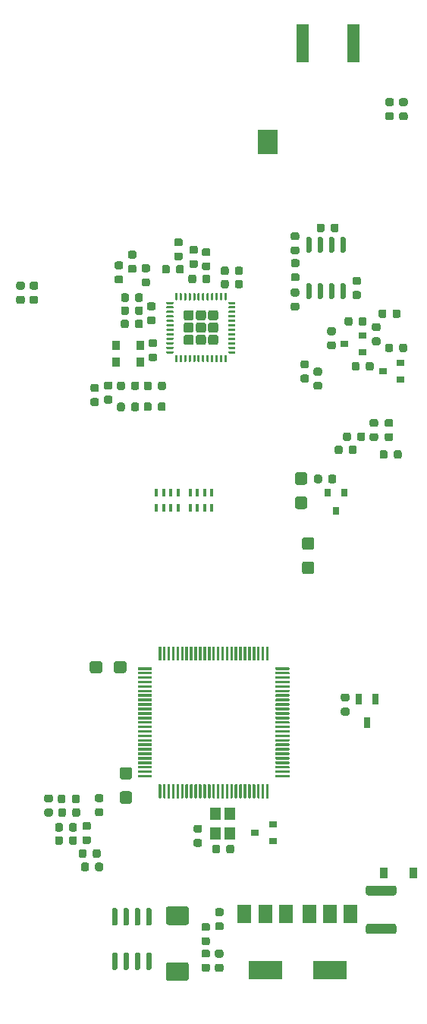
<source format=gbr>
G04 #@! TF.GenerationSoftware,KiCad,Pcbnew,5.1.6*
G04 #@! TF.CreationDate,2020-09-24T09:13:06+02:00*
G04 #@! TF.ProjectId,Mainboard,4d61696e-626f-4617-9264-2e6b69636164,rev?*
G04 #@! TF.SameCoordinates,Original*
G04 #@! TF.FileFunction,Paste,Bot*
G04 #@! TF.FilePolarity,Positive*
%FSLAX46Y46*%
G04 Gerber Fmt 4.6, Leading zero omitted, Abs format (unit mm)*
G04 Created by KiCad (PCBNEW 5.1.6) date 2020-09-24 09:13:06*
%MOMM*%
%LPD*%
G01*
G04 APERTURE LIST*
%ADD10R,0.800000X0.900000*%
%ADD11R,2.300000X2.800000*%
%ADD12R,0.400000X0.900000*%
%ADD13R,0.850000X1.090000*%
%ADD14R,0.900000X0.800000*%
%ADD15R,1.500000X2.000000*%
%ADD16R,3.800000X2.000000*%
%ADD17R,0.900000X1.200000*%
%ADD18R,0.650000X1.220000*%
%ADD19R,1.150000X1.400000*%
%ADD20R,1.350000X4.200000*%
G04 APERTURE END LIST*
G36*
G01*
X62583350Y-78861400D02*
X63095850Y-78861400D01*
G75*
G02*
X63314600Y-79080150I0J-218750D01*
G01*
X63314600Y-79517650D01*
G75*
G02*
X63095850Y-79736400I-218750J0D01*
G01*
X62583350Y-79736400D01*
G75*
G02*
X62364600Y-79517650I0J218750D01*
G01*
X62364600Y-79080150D01*
G75*
G02*
X62583350Y-78861400I218750J0D01*
G01*
G37*
G36*
G01*
X62583350Y-77286400D02*
X63095850Y-77286400D01*
G75*
G02*
X63314600Y-77505150I0J-218750D01*
G01*
X63314600Y-77942650D01*
G75*
G02*
X63095850Y-78161400I-218750J0D01*
G01*
X62583350Y-78161400D01*
G75*
G02*
X62364600Y-77942650I0J218750D01*
G01*
X62364600Y-77505150D01*
G75*
G02*
X62583350Y-77286400I218750J0D01*
G01*
G37*
G36*
G01*
X61033950Y-78861300D02*
X61546450Y-78861300D01*
G75*
G02*
X61765200Y-79080050I0J-218750D01*
G01*
X61765200Y-79517550D01*
G75*
G02*
X61546450Y-79736300I-218750J0D01*
G01*
X61033950Y-79736300D01*
G75*
G02*
X60815200Y-79517550I0J218750D01*
G01*
X60815200Y-79080050D01*
G75*
G02*
X61033950Y-78861300I218750J0D01*
G01*
G37*
G36*
G01*
X61033950Y-77286300D02*
X61546450Y-77286300D01*
G75*
G02*
X61765200Y-77505050I0J-218750D01*
G01*
X61765200Y-77942550D01*
G75*
G02*
X61546450Y-78161300I-218750J0D01*
G01*
X61033950Y-78161300D01*
G75*
G02*
X60815200Y-77942550I0J218750D01*
G01*
X60815200Y-77505050D01*
G75*
G02*
X61033950Y-77286300I218750J0D01*
G01*
G37*
G36*
G01*
X50051800Y-153057000D02*
X48601800Y-153057000D01*
G75*
G02*
X48526800Y-152982000I0J75000D01*
G01*
X48526800Y-152832000D01*
G75*
G02*
X48601800Y-152757000I75000J0D01*
G01*
X50051800Y-152757000D01*
G75*
G02*
X50126800Y-152832000I0J-75000D01*
G01*
X50126800Y-152982000D01*
G75*
G02*
X50051800Y-153057000I-75000J0D01*
G01*
G37*
G36*
G01*
X50051800Y-152557000D02*
X48601800Y-152557000D01*
G75*
G02*
X48526800Y-152482000I0J75000D01*
G01*
X48526800Y-152332000D01*
G75*
G02*
X48601800Y-152257000I75000J0D01*
G01*
X50051800Y-152257000D01*
G75*
G02*
X50126800Y-152332000I0J-75000D01*
G01*
X50126800Y-152482000D01*
G75*
G02*
X50051800Y-152557000I-75000J0D01*
G01*
G37*
G36*
G01*
X50051800Y-152057000D02*
X48601800Y-152057000D01*
G75*
G02*
X48526800Y-151982000I0J75000D01*
G01*
X48526800Y-151832000D01*
G75*
G02*
X48601800Y-151757000I75000J0D01*
G01*
X50051800Y-151757000D01*
G75*
G02*
X50126800Y-151832000I0J-75000D01*
G01*
X50126800Y-151982000D01*
G75*
G02*
X50051800Y-152057000I-75000J0D01*
G01*
G37*
G36*
G01*
X50051800Y-151557000D02*
X48601800Y-151557000D01*
G75*
G02*
X48526800Y-151482000I0J75000D01*
G01*
X48526800Y-151332000D01*
G75*
G02*
X48601800Y-151257000I75000J0D01*
G01*
X50051800Y-151257000D01*
G75*
G02*
X50126800Y-151332000I0J-75000D01*
G01*
X50126800Y-151482000D01*
G75*
G02*
X50051800Y-151557000I-75000J0D01*
G01*
G37*
G36*
G01*
X50051800Y-151057000D02*
X48601800Y-151057000D01*
G75*
G02*
X48526800Y-150982000I0J75000D01*
G01*
X48526800Y-150832000D01*
G75*
G02*
X48601800Y-150757000I75000J0D01*
G01*
X50051800Y-150757000D01*
G75*
G02*
X50126800Y-150832000I0J-75000D01*
G01*
X50126800Y-150982000D01*
G75*
G02*
X50051800Y-151057000I-75000J0D01*
G01*
G37*
G36*
G01*
X50051800Y-150557000D02*
X48601800Y-150557000D01*
G75*
G02*
X48526800Y-150482000I0J75000D01*
G01*
X48526800Y-150332000D01*
G75*
G02*
X48601800Y-150257000I75000J0D01*
G01*
X50051800Y-150257000D01*
G75*
G02*
X50126800Y-150332000I0J-75000D01*
G01*
X50126800Y-150482000D01*
G75*
G02*
X50051800Y-150557000I-75000J0D01*
G01*
G37*
G36*
G01*
X50051800Y-150057000D02*
X48601800Y-150057000D01*
G75*
G02*
X48526800Y-149982000I0J75000D01*
G01*
X48526800Y-149832000D01*
G75*
G02*
X48601800Y-149757000I75000J0D01*
G01*
X50051800Y-149757000D01*
G75*
G02*
X50126800Y-149832000I0J-75000D01*
G01*
X50126800Y-149982000D01*
G75*
G02*
X50051800Y-150057000I-75000J0D01*
G01*
G37*
G36*
G01*
X50051800Y-149557000D02*
X48601800Y-149557000D01*
G75*
G02*
X48526800Y-149482000I0J75000D01*
G01*
X48526800Y-149332000D01*
G75*
G02*
X48601800Y-149257000I75000J0D01*
G01*
X50051800Y-149257000D01*
G75*
G02*
X50126800Y-149332000I0J-75000D01*
G01*
X50126800Y-149482000D01*
G75*
G02*
X50051800Y-149557000I-75000J0D01*
G01*
G37*
G36*
G01*
X50051800Y-149057000D02*
X48601800Y-149057000D01*
G75*
G02*
X48526800Y-148982000I0J75000D01*
G01*
X48526800Y-148832000D01*
G75*
G02*
X48601800Y-148757000I75000J0D01*
G01*
X50051800Y-148757000D01*
G75*
G02*
X50126800Y-148832000I0J-75000D01*
G01*
X50126800Y-148982000D01*
G75*
G02*
X50051800Y-149057000I-75000J0D01*
G01*
G37*
G36*
G01*
X50051800Y-148557000D02*
X48601800Y-148557000D01*
G75*
G02*
X48526800Y-148482000I0J75000D01*
G01*
X48526800Y-148332000D01*
G75*
G02*
X48601800Y-148257000I75000J0D01*
G01*
X50051800Y-148257000D01*
G75*
G02*
X50126800Y-148332000I0J-75000D01*
G01*
X50126800Y-148482000D01*
G75*
G02*
X50051800Y-148557000I-75000J0D01*
G01*
G37*
G36*
G01*
X50051800Y-148057000D02*
X48601800Y-148057000D01*
G75*
G02*
X48526800Y-147982000I0J75000D01*
G01*
X48526800Y-147832000D01*
G75*
G02*
X48601800Y-147757000I75000J0D01*
G01*
X50051800Y-147757000D01*
G75*
G02*
X50126800Y-147832000I0J-75000D01*
G01*
X50126800Y-147982000D01*
G75*
G02*
X50051800Y-148057000I-75000J0D01*
G01*
G37*
G36*
G01*
X50051800Y-147557000D02*
X48601800Y-147557000D01*
G75*
G02*
X48526800Y-147482000I0J75000D01*
G01*
X48526800Y-147332000D01*
G75*
G02*
X48601800Y-147257000I75000J0D01*
G01*
X50051800Y-147257000D01*
G75*
G02*
X50126800Y-147332000I0J-75000D01*
G01*
X50126800Y-147482000D01*
G75*
G02*
X50051800Y-147557000I-75000J0D01*
G01*
G37*
G36*
G01*
X50051800Y-147057000D02*
X48601800Y-147057000D01*
G75*
G02*
X48526800Y-146982000I0J75000D01*
G01*
X48526800Y-146832000D01*
G75*
G02*
X48601800Y-146757000I75000J0D01*
G01*
X50051800Y-146757000D01*
G75*
G02*
X50126800Y-146832000I0J-75000D01*
G01*
X50126800Y-146982000D01*
G75*
G02*
X50051800Y-147057000I-75000J0D01*
G01*
G37*
G36*
G01*
X50051800Y-146557000D02*
X48601800Y-146557000D01*
G75*
G02*
X48526800Y-146482000I0J75000D01*
G01*
X48526800Y-146332000D01*
G75*
G02*
X48601800Y-146257000I75000J0D01*
G01*
X50051800Y-146257000D01*
G75*
G02*
X50126800Y-146332000I0J-75000D01*
G01*
X50126800Y-146482000D01*
G75*
G02*
X50051800Y-146557000I-75000J0D01*
G01*
G37*
G36*
G01*
X50051800Y-146057000D02*
X48601800Y-146057000D01*
G75*
G02*
X48526800Y-145982000I0J75000D01*
G01*
X48526800Y-145832000D01*
G75*
G02*
X48601800Y-145757000I75000J0D01*
G01*
X50051800Y-145757000D01*
G75*
G02*
X50126800Y-145832000I0J-75000D01*
G01*
X50126800Y-145982000D01*
G75*
G02*
X50051800Y-146057000I-75000J0D01*
G01*
G37*
G36*
G01*
X50051800Y-145557000D02*
X48601800Y-145557000D01*
G75*
G02*
X48526800Y-145482000I0J75000D01*
G01*
X48526800Y-145332000D01*
G75*
G02*
X48601800Y-145257000I75000J0D01*
G01*
X50051800Y-145257000D01*
G75*
G02*
X50126800Y-145332000I0J-75000D01*
G01*
X50126800Y-145482000D01*
G75*
G02*
X50051800Y-145557000I-75000J0D01*
G01*
G37*
G36*
G01*
X50051800Y-145057000D02*
X48601800Y-145057000D01*
G75*
G02*
X48526800Y-144982000I0J75000D01*
G01*
X48526800Y-144832000D01*
G75*
G02*
X48601800Y-144757000I75000J0D01*
G01*
X50051800Y-144757000D01*
G75*
G02*
X50126800Y-144832000I0J-75000D01*
G01*
X50126800Y-144982000D01*
G75*
G02*
X50051800Y-145057000I-75000J0D01*
G01*
G37*
G36*
G01*
X50051800Y-144557000D02*
X48601800Y-144557000D01*
G75*
G02*
X48526800Y-144482000I0J75000D01*
G01*
X48526800Y-144332000D01*
G75*
G02*
X48601800Y-144257000I75000J0D01*
G01*
X50051800Y-144257000D01*
G75*
G02*
X50126800Y-144332000I0J-75000D01*
G01*
X50126800Y-144482000D01*
G75*
G02*
X50051800Y-144557000I-75000J0D01*
G01*
G37*
G36*
G01*
X50051800Y-144057000D02*
X48601800Y-144057000D01*
G75*
G02*
X48526800Y-143982000I0J75000D01*
G01*
X48526800Y-143832000D01*
G75*
G02*
X48601800Y-143757000I75000J0D01*
G01*
X50051800Y-143757000D01*
G75*
G02*
X50126800Y-143832000I0J-75000D01*
G01*
X50126800Y-143982000D01*
G75*
G02*
X50051800Y-144057000I-75000J0D01*
G01*
G37*
G36*
G01*
X50051800Y-143557000D02*
X48601800Y-143557000D01*
G75*
G02*
X48526800Y-143482000I0J75000D01*
G01*
X48526800Y-143332000D01*
G75*
G02*
X48601800Y-143257000I75000J0D01*
G01*
X50051800Y-143257000D01*
G75*
G02*
X50126800Y-143332000I0J-75000D01*
G01*
X50126800Y-143482000D01*
G75*
G02*
X50051800Y-143557000I-75000J0D01*
G01*
G37*
G36*
G01*
X50051800Y-143057000D02*
X48601800Y-143057000D01*
G75*
G02*
X48526800Y-142982000I0J75000D01*
G01*
X48526800Y-142832000D01*
G75*
G02*
X48601800Y-142757000I75000J0D01*
G01*
X50051800Y-142757000D01*
G75*
G02*
X50126800Y-142832000I0J-75000D01*
G01*
X50126800Y-142982000D01*
G75*
G02*
X50051800Y-143057000I-75000J0D01*
G01*
G37*
G36*
G01*
X50051800Y-142557000D02*
X48601800Y-142557000D01*
G75*
G02*
X48526800Y-142482000I0J75000D01*
G01*
X48526800Y-142332000D01*
G75*
G02*
X48601800Y-142257000I75000J0D01*
G01*
X50051800Y-142257000D01*
G75*
G02*
X50126800Y-142332000I0J-75000D01*
G01*
X50126800Y-142482000D01*
G75*
G02*
X50051800Y-142557000I-75000J0D01*
G01*
G37*
G36*
G01*
X50051800Y-142057000D02*
X48601800Y-142057000D01*
G75*
G02*
X48526800Y-141982000I0J75000D01*
G01*
X48526800Y-141832000D01*
G75*
G02*
X48601800Y-141757000I75000J0D01*
G01*
X50051800Y-141757000D01*
G75*
G02*
X50126800Y-141832000I0J-75000D01*
G01*
X50126800Y-141982000D01*
G75*
G02*
X50051800Y-142057000I-75000J0D01*
G01*
G37*
G36*
G01*
X50051800Y-141557000D02*
X48601800Y-141557000D01*
G75*
G02*
X48526800Y-141482000I0J75000D01*
G01*
X48526800Y-141332000D01*
G75*
G02*
X48601800Y-141257000I75000J0D01*
G01*
X50051800Y-141257000D01*
G75*
G02*
X50126800Y-141332000I0J-75000D01*
G01*
X50126800Y-141482000D01*
G75*
G02*
X50051800Y-141557000I-75000J0D01*
G01*
G37*
G36*
G01*
X50051800Y-141057000D02*
X48601800Y-141057000D01*
G75*
G02*
X48526800Y-140982000I0J75000D01*
G01*
X48526800Y-140832000D01*
G75*
G02*
X48601800Y-140757000I75000J0D01*
G01*
X50051800Y-140757000D01*
G75*
G02*
X50126800Y-140832000I0J-75000D01*
G01*
X50126800Y-140982000D01*
G75*
G02*
X50051800Y-141057000I-75000J0D01*
G01*
G37*
G36*
G01*
X47726800Y-140032000D02*
X47576800Y-140032000D01*
G75*
G02*
X47501800Y-139957000I0J75000D01*
G01*
X47501800Y-138507000D01*
G75*
G02*
X47576800Y-138432000I75000J0D01*
G01*
X47726800Y-138432000D01*
G75*
G02*
X47801800Y-138507000I0J-75000D01*
G01*
X47801800Y-139957000D01*
G75*
G02*
X47726800Y-140032000I-75000J0D01*
G01*
G37*
G36*
G01*
X47226800Y-140032000D02*
X47076800Y-140032000D01*
G75*
G02*
X47001800Y-139957000I0J75000D01*
G01*
X47001800Y-138507000D01*
G75*
G02*
X47076800Y-138432000I75000J0D01*
G01*
X47226800Y-138432000D01*
G75*
G02*
X47301800Y-138507000I0J-75000D01*
G01*
X47301800Y-139957000D01*
G75*
G02*
X47226800Y-140032000I-75000J0D01*
G01*
G37*
G36*
G01*
X46726800Y-140032000D02*
X46576800Y-140032000D01*
G75*
G02*
X46501800Y-139957000I0J75000D01*
G01*
X46501800Y-138507000D01*
G75*
G02*
X46576800Y-138432000I75000J0D01*
G01*
X46726800Y-138432000D01*
G75*
G02*
X46801800Y-138507000I0J-75000D01*
G01*
X46801800Y-139957000D01*
G75*
G02*
X46726800Y-140032000I-75000J0D01*
G01*
G37*
G36*
G01*
X46226800Y-140032000D02*
X46076800Y-140032000D01*
G75*
G02*
X46001800Y-139957000I0J75000D01*
G01*
X46001800Y-138507000D01*
G75*
G02*
X46076800Y-138432000I75000J0D01*
G01*
X46226800Y-138432000D01*
G75*
G02*
X46301800Y-138507000I0J-75000D01*
G01*
X46301800Y-139957000D01*
G75*
G02*
X46226800Y-140032000I-75000J0D01*
G01*
G37*
G36*
G01*
X45726800Y-140032000D02*
X45576800Y-140032000D01*
G75*
G02*
X45501800Y-139957000I0J75000D01*
G01*
X45501800Y-138507000D01*
G75*
G02*
X45576800Y-138432000I75000J0D01*
G01*
X45726800Y-138432000D01*
G75*
G02*
X45801800Y-138507000I0J-75000D01*
G01*
X45801800Y-139957000D01*
G75*
G02*
X45726800Y-140032000I-75000J0D01*
G01*
G37*
G36*
G01*
X45226800Y-140032000D02*
X45076800Y-140032000D01*
G75*
G02*
X45001800Y-139957000I0J75000D01*
G01*
X45001800Y-138507000D01*
G75*
G02*
X45076800Y-138432000I75000J0D01*
G01*
X45226800Y-138432000D01*
G75*
G02*
X45301800Y-138507000I0J-75000D01*
G01*
X45301800Y-139957000D01*
G75*
G02*
X45226800Y-140032000I-75000J0D01*
G01*
G37*
G36*
G01*
X44726800Y-140032000D02*
X44576800Y-140032000D01*
G75*
G02*
X44501800Y-139957000I0J75000D01*
G01*
X44501800Y-138507000D01*
G75*
G02*
X44576800Y-138432000I75000J0D01*
G01*
X44726800Y-138432000D01*
G75*
G02*
X44801800Y-138507000I0J-75000D01*
G01*
X44801800Y-139957000D01*
G75*
G02*
X44726800Y-140032000I-75000J0D01*
G01*
G37*
G36*
G01*
X44226800Y-140032000D02*
X44076800Y-140032000D01*
G75*
G02*
X44001800Y-139957000I0J75000D01*
G01*
X44001800Y-138507000D01*
G75*
G02*
X44076800Y-138432000I75000J0D01*
G01*
X44226800Y-138432000D01*
G75*
G02*
X44301800Y-138507000I0J-75000D01*
G01*
X44301800Y-139957000D01*
G75*
G02*
X44226800Y-140032000I-75000J0D01*
G01*
G37*
G36*
G01*
X43726800Y-140032000D02*
X43576800Y-140032000D01*
G75*
G02*
X43501800Y-139957000I0J75000D01*
G01*
X43501800Y-138507000D01*
G75*
G02*
X43576800Y-138432000I75000J0D01*
G01*
X43726800Y-138432000D01*
G75*
G02*
X43801800Y-138507000I0J-75000D01*
G01*
X43801800Y-139957000D01*
G75*
G02*
X43726800Y-140032000I-75000J0D01*
G01*
G37*
G36*
G01*
X43226800Y-140032000D02*
X43076800Y-140032000D01*
G75*
G02*
X43001800Y-139957000I0J75000D01*
G01*
X43001800Y-138507000D01*
G75*
G02*
X43076800Y-138432000I75000J0D01*
G01*
X43226800Y-138432000D01*
G75*
G02*
X43301800Y-138507000I0J-75000D01*
G01*
X43301800Y-139957000D01*
G75*
G02*
X43226800Y-140032000I-75000J0D01*
G01*
G37*
G36*
G01*
X42726800Y-140032000D02*
X42576800Y-140032000D01*
G75*
G02*
X42501800Y-139957000I0J75000D01*
G01*
X42501800Y-138507000D01*
G75*
G02*
X42576800Y-138432000I75000J0D01*
G01*
X42726800Y-138432000D01*
G75*
G02*
X42801800Y-138507000I0J-75000D01*
G01*
X42801800Y-139957000D01*
G75*
G02*
X42726800Y-140032000I-75000J0D01*
G01*
G37*
G36*
G01*
X42226800Y-140032000D02*
X42076800Y-140032000D01*
G75*
G02*
X42001800Y-139957000I0J75000D01*
G01*
X42001800Y-138507000D01*
G75*
G02*
X42076800Y-138432000I75000J0D01*
G01*
X42226800Y-138432000D01*
G75*
G02*
X42301800Y-138507000I0J-75000D01*
G01*
X42301800Y-139957000D01*
G75*
G02*
X42226800Y-140032000I-75000J0D01*
G01*
G37*
G36*
G01*
X41726800Y-140032000D02*
X41576800Y-140032000D01*
G75*
G02*
X41501800Y-139957000I0J75000D01*
G01*
X41501800Y-138507000D01*
G75*
G02*
X41576800Y-138432000I75000J0D01*
G01*
X41726800Y-138432000D01*
G75*
G02*
X41801800Y-138507000I0J-75000D01*
G01*
X41801800Y-139957000D01*
G75*
G02*
X41726800Y-140032000I-75000J0D01*
G01*
G37*
G36*
G01*
X41226800Y-140032000D02*
X41076800Y-140032000D01*
G75*
G02*
X41001800Y-139957000I0J75000D01*
G01*
X41001800Y-138507000D01*
G75*
G02*
X41076800Y-138432000I75000J0D01*
G01*
X41226800Y-138432000D01*
G75*
G02*
X41301800Y-138507000I0J-75000D01*
G01*
X41301800Y-139957000D01*
G75*
G02*
X41226800Y-140032000I-75000J0D01*
G01*
G37*
G36*
G01*
X40726800Y-140032000D02*
X40576800Y-140032000D01*
G75*
G02*
X40501800Y-139957000I0J75000D01*
G01*
X40501800Y-138507000D01*
G75*
G02*
X40576800Y-138432000I75000J0D01*
G01*
X40726800Y-138432000D01*
G75*
G02*
X40801800Y-138507000I0J-75000D01*
G01*
X40801800Y-139957000D01*
G75*
G02*
X40726800Y-140032000I-75000J0D01*
G01*
G37*
G36*
G01*
X40226800Y-140032000D02*
X40076800Y-140032000D01*
G75*
G02*
X40001800Y-139957000I0J75000D01*
G01*
X40001800Y-138507000D01*
G75*
G02*
X40076800Y-138432000I75000J0D01*
G01*
X40226800Y-138432000D01*
G75*
G02*
X40301800Y-138507000I0J-75000D01*
G01*
X40301800Y-139957000D01*
G75*
G02*
X40226800Y-140032000I-75000J0D01*
G01*
G37*
G36*
G01*
X39726800Y-140032000D02*
X39576800Y-140032000D01*
G75*
G02*
X39501800Y-139957000I0J75000D01*
G01*
X39501800Y-138507000D01*
G75*
G02*
X39576800Y-138432000I75000J0D01*
G01*
X39726800Y-138432000D01*
G75*
G02*
X39801800Y-138507000I0J-75000D01*
G01*
X39801800Y-139957000D01*
G75*
G02*
X39726800Y-140032000I-75000J0D01*
G01*
G37*
G36*
G01*
X39226800Y-140032000D02*
X39076800Y-140032000D01*
G75*
G02*
X39001800Y-139957000I0J75000D01*
G01*
X39001800Y-138507000D01*
G75*
G02*
X39076800Y-138432000I75000J0D01*
G01*
X39226800Y-138432000D01*
G75*
G02*
X39301800Y-138507000I0J-75000D01*
G01*
X39301800Y-139957000D01*
G75*
G02*
X39226800Y-140032000I-75000J0D01*
G01*
G37*
G36*
G01*
X38726800Y-140032000D02*
X38576800Y-140032000D01*
G75*
G02*
X38501800Y-139957000I0J75000D01*
G01*
X38501800Y-138507000D01*
G75*
G02*
X38576800Y-138432000I75000J0D01*
G01*
X38726800Y-138432000D01*
G75*
G02*
X38801800Y-138507000I0J-75000D01*
G01*
X38801800Y-139957000D01*
G75*
G02*
X38726800Y-140032000I-75000J0D01*
G01*
G37*
G36*
G01*
X38226800Y-140032000D02*
X38076800Y-140032000D01*
G75*
G02*
X38001800Y-139957000I0J75000D01*
G01*
X38001800Y-138507000D01*
G75*
G02*
X38076800Y-138432000I75000J0D01*
G01*
X38226800Y-138432000D01*
G75*
G02*
X38301800Y-138507000I0J-75000D01*
G01*
X38301800Y-139957000D01*
G75*
G02*
X38226800Y-140032000I-75000J0D01*
G01*
G37*
G36*
G01*
X37726800Y-140032000D02*
X37576800Y-140032000D01*
G75*
G02*
X37501800Y-139957000I0J75000D01*
G01*
X37501800Y-138507000D01*
G75*
G02*
X37576800Y-138432000I75000J0D01*
G01*
X37726800Y-138432000D01*
G75*
G02*
X37801800Y-138507000I0J-75000D01*
G01*
X37801800Y-139957000D01*
G75*
G02*
X37726800Y-140032000I-75000J0D01*
G01*
G37*
G36*
G01*
X37226800Y-140032000D02*
X37076800Y-140032000D01*
G75*
G02*
X37001800Y-139957000I0J75000D01*
G01*
X37001800Y-138507000D01*
G75*
G02*
X37076800Y-138432000I75000J0D01*
G01*
X37226800Y-138432000D01*
G75*
G02*
X37301800Y-138507000I0J-75000D01*
G01*
X37301800Y-139957000D01*
G75*
G02*
X37226800Y-140032000I-75000J0D01*
G01*
G37*
G36*
G01*
X36726800Y-140032000D02*
X36576800Y-140032000D01*
G75*
G02*
X36501800Y-139957000I0J75000D01*
G01*
X36501800Y-138507000D01*
G75*
G02*
X36576800Y-138432000I75000J0D01*
G01*
X36726800Y-138432000D01*
G75*
G02*
X36801800Y-138507000I0J-75000D01*
G01*
X36801800Y-139957000D01*
G75*
G02*
X36726800Y-140032000I-75000J0D01*
G01*
G37*
G36*
G01*
X36226800Y-140032000D02*
X36076800Y-140032000D01*
G75*
G02*
X36001800Y-139957000I0J75000D01*
G01*
X36001800Y-138507000D01*
G75*
G02*
X36076800Y-138432000I75000J0D01*
G01*
X36226800Y-138432000D01*
G75*
G02*
X36301800Y-138507000I0J-75000D01*
G01*
X36301800Y-139957000D01*
G75*
G02*
X36226800Y-140032000I-75000J0D01*
G01*
G37*
G36*
G01*
X35726800Y-140032000D02*
X35576800Y-140032000D01*
G75*
G02*
X35501800Y-139957000I0J75000D01*
G01*
X35501800Y-138507000D01*
G75*
G02*
X35576800Y-138432000I75000J0D01*
G01*
X35726800Y-138432000D01*
G75*
G02*
X35801800Y-138507000I0J-75000D01*
G01*
X35801800Y-139957000D01*
G75*
G02*
X35726800Y-140032000I-75000J0D01*
G01*
G37*
G36*
G01*
X34701800Y-141057000D02*
X33251800Y-141057000D01*
G75*
G02*
X33176800Y-140982000I0J75000D01*
G01*
X33176800Y-140832000D01*
G75*
G02*
X33251800Y-140757000I75000J0D01*
G01*
X34701800Y-140757000D01*
G75*
G02*
X34776800Y-140832000I0J-75000D01*
G01*
X34776800Y-140982000D01*
G75*
G02*
X34701800Y-141057000I-75000J0D01*
G01*
G37*
G36*
G01*
X34701800Y-141557000D02*
X33251800Y-141557000D01*
G75*
G02*
X33176800Y-141482000I0J75000D01*
G01*
X33176800Y-141332000D01*
G75*
G02*
X33251800Y-141257000I75000J0D01*
G01*
X34701800Y-141257000D01*
G75*
G02*
X34776800Y-141332000I0J-75000D01*
G01*
X34776800Y-141482000D01*
G75*
G02*
X34701800Y-141557000I-75000J0D01*
G01*
G37*
G36*
G01*
X34701800Y-142057000D02*
X33251800Y-142057000D01*
G75*
G02*
X33176800Y-141982000I0J75000D01*
G01*
X33176800Y-141832000D01*
G75*
G02*
X33251800Y-141757000I75000J0D01*
G01*
X34701800Y-141757000D01*
G75*
G02*
X34776800Y-141832000I0J-75000D01*
G01*
X34776800Y-141982000D01*
G75*
G02*
X34701800Y-142057000I-75000J0D01*
G01*
G37*
G36*
G01*
X34701800Y-142557000D02*
X33251800Y-142557000D01*
G75*
G02*
X33176800Y-142482000I0J75000D01*
G01*
X33176800Y-142332000D01*
G75*
G02*
X33251800Y-142257000I75000J0D01*
G01*
X34701800Y-142257000D01*
G75*
G02*
X34776800Y-142332000I0J-75000D01*
G01*
X34776800Y-142482000D01*
G75*
G02*
X34701800Y-142557000I-75000J0D01*
G01*
G37*
G36*
G01*
X34701800Y-143057000D02*
X33251800Y-143057000D01*
G75*
G02*
X33176800Y-142982000I0J75000D01*
G01*
X33176800Y-142832000D01*
G75*
G02*
X33251800Y-142757000I75000J0D01*
G01*
X34701800Y-142757000D01*
G75*
G02*
X34776800Y-142832000I0J-75000D01*
G01*
X34776800Y-142982000D01*
G75*
G02*
X34701800Y-143057000I-75000J0D01*
G01*
G37*
G36*
G01*
X34701800Y-143557000D02*
X33251800Y-143557000D01*
G75*
G02*
X33176800Y-143482000I0J75000D01*
G01*
X33176800Y-143332000D01*
G75*
G02*
X33251800Y-143257000I75000J0D01*
G01*
X34701800Y-143257000D01*
G75*
G02*
X34776800Y-143332000I0J-75000D01*
G01*
X34776800Y-143482000D01*
G75*
G02*
X34701800Y-143557000I-75000J0D01*
G01*
G37*
G36*
G01*
X34701800Y-144057000D02*
X33251800Y-144057000D01*
G75*
G02*
X33176800Y-143982000I0J75000D01*
G01*
X33176800Y-143832000D01*
G75*
G02*
X33251800Y-143757000I75000J0D01*
G01*
X34701800Y-143757000D01*
G75*
G02*
X34776800Y-143832000I0J-75000D01*
G01*
X34776800Y-143982000D01*
G75*
G02*
X34701800Y-144057000I-75000J0D01*
G01*
G37*
G36*
G01*
X34701800Y-144557000D02*
X33251800Y-144557000D01*
G75*
G02*
X33176800Y-144482000I0J75000D01*
G01*
X33176800Y-144332000D01*
G75*
G02*
X33251800Y-144257000I75000J0D01*
G01*
X34701800Y-144257000D01*
G75*
G02*
X34776800Y-144332000I0J-75000D01*
G01*
X34776800Y-144482000D01*
G75*
G02*
X34701800Y-144557000I-75000J0D01*
G01*
G37*
G36*
G01*
X34701800Y-145057000D02*
X33251800Y-145057000D01*
G75*
G02*
X33176800Y-144982000I0J75000D01*
G01*
X33176800Y-144832000D01*
G75*
G02*
X33251800Y-144757000I75000J0D01*
G01*
X34701800Y-144757000D01*
G75*
G02*
X34776800Y-144832000I0J-75000D01*
G01*
X34776800Y-144982000D01*
G75*
G02*
X34701800Y-145057000I-75000J0D01*
G01*
G37*
G36*
G01*
X34701800Y-145557000D02*
X33251800Y-145557000D01*
G75*
G02*
X33176800Y-145482000I0J75000D01*
G01*
X33176800Y-145332000D01*
G75*
G02*
X33251800Y-145257000I75000J0D01*
G01*
X34701800Y-145257000D01*
G75*
G02*
X34776800Y-145332000I0J-75000D01*
G01*
X34776800Y-145482000D01*
G75*
G02*
X34701800Y-145557000I-75000J0D01*
G01*
G37*
G36*
G01*
X34701800Y-146057000D02*
X33251800Y-146057000D01*
G75*
G02*
X33176800Y-145982000I0J75000D01*
G01*
X33176800Y-145832000D01*
G75*
G02*
X33251800Y-145757000I75000J0D01*
G01*
X34701800Y-145757000D01*
G75*
G02*
X34776800Y-145832000I0J-75000D01*
G01*
X34776800Y-145982000D01*
G75*
G02*
X34701800Y-146057000I-75000J0D01*
G01*
G37*
G36*
G01*
X34701800Y-146557000D02*
X33251800Y-146557000D01*
G75*
G02*
X33176800Y-146482000I0J75000D01*
G01*
X33176800Y-146332000D01*
G75*
G02*
X33251800Y-146257000I75000J0D01*
G01*
X34701800Y-146257000D01*
G75*
G02*
X34776800Y-146332000I0J-75000D01*
G01*
X34776800Y-146482000D01*
G75*
G02*
X34701800Y-146557000I-75000J0D01*
G01*
G37*
G36*
G01*
X34701800Y-147057000D02*
X33251800Y-147057000D01*
G75*
G02*
X33176800Y-146982000I0J75000D01*
G01*
X33176800Y-146832000D01*
G75*
G02*
X33251800Y-146757000I75000J0D01*
G01*
X34701800Y-146757000D01*
G75*
G02*
X34776800Y-146832000I0J-75000D01*
G01*
X34776800Y-146982000D01*
G75*
G02*
X34701800Y-147057000I-75000J0D01*
G01*
G37*
G36*
G01*
X34701800Y-147557000D02*
X33251800Y-147557000D01*
G75*
G02*
X33176800Y-147482000I0J75000D01*
G01*
X33176800Y-147332000D01*
G75*
G02*
X33251800Y-147257000I75000J0D01*
G01*
X34701800Y-147257000D01*
G75*
G02*
X34776800Y-147332000I0J-75000D01*
G01*
X34776800Y-147482000D01*
G75*
G02*
X34701800Y-147557000I-75000J0D01*
G01*
G37*
G36*
G01*
X34701800Y-148057000D02*
X33251800Y-148057000D01*
G75*
G02*
X33176800Y-147982000I0J75000D01*
G01*
X33176800Y-147832000D01*
G75*
G02*
X33251800Y-147757000I75000J0D01*
G01*
X34701800Y-147757000D01*
G75*
G02*
X34776800Y-147832000I0J-75000D01*
G01*
X34776800Y-147982000D01*
G75*
G02*
X34701800Y-148057000I-75000J0D01*
G01*
G37*
G36*
G01*
X34701800Y-148557000D02*
X33251800Y-148557000D01*
G75*
G02*
X33176800Y-148482000I0J75000D01*
G01*
X33176800Y-148332000D01*
G75*
G02*
X33251800Y-148257000I75000J0D01*
G01*
X34701800Y-148257000D01*
G75*
G02*
X34776800Y-148332000I0J-75000D01*
G01*
X34776800Y-148482000D01*
G75*
G02*
X34701800Y-148557000I-75000J0D01*
G01*
G37*
G36*
G01*
X34701800Y-149057000D02*
X33251800Y-149057000D01*
G75*
G02*
X33176800Y-148982000I0J75000D01*
G01*
X33176800Y-148832000D01*
G75*
G02*
X33251800Y-148757000I75000J0D01*
G01*
X34701800Y-148757000D01*
G75*
G02*
X34776800Y-148832000I0J-75000D01*
G01*
X34776800Y-148982000D01*
G75*
G02*
X34701800Y-149057000I-75000J0D01*
G01*
G37*
G36*
G01*
X34701800Y-149557000D02*
X33251800Y-149557000D01*
G75*
G02*
X33176800Y-149482000I0J75000D01*
G01*
X33176800Y-149332000D01*
G75*
G02*
X33251800Y-149257000I75000J0D01*
G01*
X34701800Y-149257000D01*
G75*
G02*
X34776800Y-149332000I0J-75000D01*
G01*
X34776800Y-149482000D01*
G75*
G02*
X34701800Y-149557000I-75000J0D01*
G01*
G37*
G36*
G01*
X34701800Y-150057000D02*
X33251800Y-150057000D01*
G75*
G02*
X33176800Y-149982000I0J75000D01*
G01*
X33176800Y-149832000D01*
G75*
G02*
X33251800Y-149757000I75000J0D01*
G01*
X34701800Y-149757000D01*
G75*
G02*
X34776800Y-149832000I0J-75000D01*
G01*
X34776800Y-149982000D01*
G75*
G02*
X34701800Y-150057000I-75000J0D01*
G01*
G37*
G36*
G01*
X34701800Y-150557000D02*
X33251800Y-150557000D01*
G75*
G02*
X33176800Y-150482000I0J75000D01*
G01*
X33176800Y-150332000D01*
G75*
G02*
X33251800Y-150257000I75000J0D01*
G01*
X34701800Y-150257000D01*
G75*
G02*
X34776800Y-150332000I0J-75000D01*
G01*
X34776800Y-150482000D01*
G75*
G02*
X34701800Y-150557000I-75000J0D01*
G01*
G37*
G36*
G01*
X34701800Y-151057000D02*
X33251800Y-151057000D01*
G75*
G02*
X33176800Y-150982000I0J75000D01*
G01*
X33176800Y-150832000D01*
G75*
G02*
X33251800Y-150757000I75000J0D01*
G01*
X34701800Y-150757000D01*
G75*
G02*
X34776800Y-150832000I0J-75000D01*
G01*
X34776800Y-150982000D01*
G75*
G02*
X34701800Y-151057000I-75000J0D01*
G01*
G37*
G36*
G01*
X34701800Y-151557000D02*
X33251800Y-151557000D01*
G75*
G02*
X33176800Y-151482000I0J75000D01*
G01*
X33176800Y-151332000D01*
G75*
G02*
X33251800Y-151257000I75000J0D01*
G01*
X34701800Y-151257000D01*
G75*
G02*
X34776800Y-151332000I0J-75000D01*
G01*
X34776800Y-151482000D01*
G75*
G02*
X34701800Y-151557000I-75000J0D01*
G01*
G37*
G36*
G01*
X34701800Y-152057000D02*
X33251800Y-152057000D01*
G75*
G02*
X33176800Y-151982000I0J75000D01*
G01*
X33176800Y-151832000D01*
G75*
G02*
X33251800Y-151757000I75000J0D01*
G01*
X34701800Y-151757000D01*
G75*
G02*
X34776800Y-151832000I0J-75000D01*
G01*
X34776800Y-151982000D01*
G75*
G02*
X34701800Y-152057000I-75000J0D01*
G01*
G37*
G36*
G01*
X34701800Y-152557000D02*
X33251800Y-152557000D01*
G75*
G02*
X33176800Y-152482000I0J75000D01*
G01*
X33176800Y-152332000D01*
G75*
G02*
X33251800Y-152257000I75000J0D01*
G01*
X34701800Y-152257000D01*
G75*
G02*
X34776800Y-152332000I0J-75000D01*
G01*
X34776800Y-152482000D01*
G75*
G02*
X34701800Y-152557000I-75000J0D01*
G01*
G37*
G36*
G01*
X34701800Y-153057000D02*
X33251800Y-153057000D01*
G75*
G02*
X33176800Y-152982000I0J75000D01*
G01*
X33176800Y-152832000D01*
G75*
G02*
X33251800Y-152757000I75000J0D01*
G01*
X34701800Y-152757000D01*
G75*
G02*
X34776800Y-152832000I0J-75000D01*
G01*
X34776800Y-152982000D01*
G75*
G02*
X34701800Y-153057000I-75000J0D01*
G01*
G37*
G36*
G01*
X35726800Y-155382000D02*
X35576800Y-155382000D01*
G75*
G02*
X35501800Y-155307000I0J75000D01*
G01*
X35501800Y-153857000D01*
G75*
G02*
X35576800Y-153782000I75000J0D01*
G01*
X35726800Y-153782000D01*
G75*
G02*
X35801800Y-153857000I0J-75000D01*
G01*
X35801800Y-155307000D01*
G75*
G02*
X35726800Y-155382000I-75000J0D01*
G01*
G37*
G36*
G01*
X36226800Y-155382000D02*
X36076800Y-155382000D01*
G75*
G02*
X36001800Y-155307000I0J75000D01*
G01*
X36001800Y-153857000D01*
G75*
G02*
X36076800Y-153782000I75000J0D01*
G01*
X36226800Y-153782000D01*
G75*
G02*
X36301800Y-153857000I0J-75000D01*
G01*
X36301800Y-155307000D01*
G75*
G02*
X36226800Y-155382000I-75000J0D01*
G01*
G37*
G36*
G01*
X36726800Y-155382000D02*
X36576800Y-155382000D01*
G75*
G02*
X36501800Y-155307000I0J75000D01*
G01*
X36501800Y-153857000D01*
G75*
G02*
X36576800Y-153782000I75000J0D01*
G01*
X36726800Y-153782000D01*
G75*
G02*
X36801800Y-153857000I0J-75000D01*
G01*
X36801800Y-155307000D01*
G75*
G02*
X36726800Y-155382000I-75000J0D01*
G01*
G37*
G36*
G01*
X37226800Y-155382000D02*
X37076800Y-155382000D01*
G75*
G02*
X37001800Y-155307000I0J75000D01*
G01*
X37001800Y-153857000D01*
G75*
G02*
X37076800Y-153782000I75000J0D01*
G01*
X37226800Y-153782000D01*
G75*
G02*
X37301800Y-153857000I0J-75000D01*
G01*
X37301800Y-155307000D01*
G75*
G02*
X37226800Y-155382000I-75000J0D01*
G01*
G37*
G36*
G01*
X37726800Y-155382000D02*
X37576800Y-155382000D01*
G75*
G02*
X37501800Y-155307000I0J75000D01*
G01*
X37501800Y-153857000D01*
G75*
G02*
X37576800Y-153782000I75000J0D01*
G01*
X37726800Y-153782000D01*
G75*
G02*
X37801800Y-153857000I0J-75000D01*
G01*
X37801800Y-155307000D01*
G75*
G02*
X37726800Y-155382000I-75000J0D01*
G01*
G37*
G36*
G01*
X38226800Y-155382000D02*
X38076800Y-155382000D01*
G75*
G02*
X38001800Y-155307000I0J75000D01*
G01*
X38001800Y-153857000D01*
G75*
G02*
X38076800Y-153782000I75000J0D01*
G01*
X38226800Y-153782000D01*
G75*
G02*
X38301800Y-153857000I0J-75000D01*
G01*
X38301800Y-155307000D01*
G75*
G02*
X38226800Y-155382000I-75000J0D01*
G01*
G37*
G36*
G01*
X38726800Y-155382000D02*
X38576800Y-155382000D01*
G75*
G02*
X38501800Y-155307000I0J75000D01*
G01*
X38501800Y-153857000D01*
G75*
G02*
X38576800Y-153782000I75000J0D01*
G01*
X38726800Y-153782000D01*
G75*
G02*
X38801800Y-153857000I0J-75000D01*
G01*
X38801800Y-155307000D01*
G75*
G02*
X38726800Y-155382000I-75000J0D01*
G01*
G37*
G36*
G01*
X39226800Y-155382000D02*
X39076800Y-155382000D01*
G75*
G02*
X39001800Y-155307000I0J75000D01*
G01*
X39001800Y-153857000D01*
G75*
G02*
X39076800Y-153782000I75000J0D01*
G01*
X39226800Y-153782000D01*
G75*
G02*
X39301800Y-153857000I0J-75000D01*
G01*
X39301800Y-155307000D01*
G75*
G02*
X39226800Y-155382000I-75000J0D01*
G01*
G37*
G36*
G01*
X39726800Y-155382000D02*
X39576800Y-155382000D01*
G75*
G02*
X39501800Y-155307000I0J75000D01*
G01*
X39501800Y-153857000D01*
G75*
G02*
X39576800Y-153782000I75000J0D01*
G01*
X39726800Y-153782000D01*
G75*
G02*
X39801800Y-153857000I0J-75000D01*
G01*
X39801800Y-155307000D01*
G75*
G02*
X39726800Y-155382000I-75000J0D01*
G01*
G37*
G36*
G01*
X40226800Y-155382000D02*
X40076800Y-155382000D01*
G75*
G02*
X40001800Y-155307000I0J75000D01*
G01*
X40001800Y-153857000D01*
G75*
G02*
X40076800Y-153782000I75000J0D01*
G01*
X40226800Y-153782000D01*
G75*
G02*
X40301800Y-153857000I0J-75000D01*
G01*
X40301800Y-155307000D01*
G75*
G02*
X40226800Y-155382000I-75000J0D01*
G01*
G37*
G36*
G01*
X40726800Y-155382000D02*
X40576800Y-155382000D01*
G75*
G02*
X40501800Y-155307000I0J75000D01*
G01*
X40501800Y-153857000D01*
G75*
G02*
X40576800Y-153782000I75000J0D01*
G01*
X40726800Y-153782000D01*
G75*
G02*
X40801800Y-153857000I0J-75000D01*
G01*
X40801800Y-155307000D01*
G75*
G02*
X40726800Y-155382000I-75000J0D01*
G01*
G37*
G36*
G01*
X41226800Y-155382000D02*
X41076800Y-155382000D01*
G75*
G02*
X41001800Y-155307000I0J75000D01*
G01*
X41001800Y-153857000D01*
G75*
G02*
X41076800Y-153782000I75000J0D01*
G01*
X41226800Y-153782000D01*
G75*
G02*
X41301800Y-153857000I0J-75000D01*
G01*
X41301800Y-155307000D01*
G75*
G02*
X41226800Y-155382000I-75000J0D01*
G01*
G37*
G36*
G01*
X41726800Y-155382000D02*
X41576800Y-155382000D01*
G75*
G02*
X41501800Y-155307000I0J75000D01*
G01*
X41501800Y-153857000D01*
G75*
G02*
X41576800Y-153782000I75000J0D01*
G01*
X41726800Y-153782000D01*
G75*
G02*
X41801800Y-153857000I0J-75000D01*
G01*
X41801800Y-155307000D01*
G75*
G02*
X41726800Y-155382000I-75000J0D01*
G01*
G37*
G36*
G01*
X42226800Y-155382000D02*
X42076800Y-155382000D01*
G75*
G02*
X42001800Y-155307000I0J75000D01*
G01*
X42001800Y-153857000D01*
G75*
G02*
X42076800Y-153782000I75000J0D01*
G01*
X42226800Y-153782000D01*
G75*
G02*
X42301800Y-153857000I0J-75000D01*
G01*
X42301800Y-155307000D01*
G75*
G02*
X42226800Y-155382000I-75000J0D01*
G01*
G37*
G36*
G01*
X42726800Y-155382000D02*
X42576800Y-155382000D01*
G75*
G02*
X42501800Y-155307000I0J75000D01*
G01*
X42501800Y-153857000D01*
G75*
G02*
X42576800Y-153782000I75000J0D01*
G01*
X42726800Y-153782000D01*
G75*
G02*
X42801800Y-153857000I0J-75000D01*
G01*
X42801800Y-155307000D01*
G75*
G02*
X42726800Y-155382000I-75000J0D01*
G01*
G37*
G36*
G01*
X43226800Y-155382000D02*
X43076800Y-155382000D01*
G75*
G02*
X43001800Y-155307000I0J75000D01*
G01*
X43001800Y-153857000D01*
G75*
G02*
X43076800Y-153782000I75000J0D01*
G01*
X43226800Y-153782000D01*
G75*
G02*
X43301800Y-153857000I0J-75000D01*
G01*
X43301800Y-155307000D01*
G75*
G02*
X43226800Y-155382000I-75000J0D01*
G01*
G37*
G36*
G01*
X43726800Y-155382000D02*
X43576800Y-155382000D01*
G75*
G02*
X43501800Y-155307000I0J75000D01*
G01*
X43501800Y-153857000D01*
G75*
G02*
X43576800Y-153782000I75000J0D01*
G01*
X43726800Y-153782000D01*
G75*
G02*
X43801800Y-153857000I0J-75000D01*
G01*
X43801800Y-155307000D01*
G75*
G02*
X43726800Y-155382000I-75000J0D01*
G01*
G37*
G36*
G01*
X44226800Y-155382000D02*
X44076800Y-155382000D01*
G75*
G02*
X44001800Y-155307000I0J75000D01*
G01*
X44001800Y-153857000D01*
G75*
G02*
X44076800Y-153782000I75000J0D01*
G01*
X44226800Y-153782000D01*
G75*
G02*
X44301800Y-153857000I0J-75000D01*
G01*
X44301800Y-155307000D01*
G75*
G02*
X44226800Y-155382000I-75000J0D01*
G01*
G37*
G36*
G01*
X44726800Y-155382000D02*
X44576800Y-155382000D01*
G75*
G02*
X44501800Y-155307000I0J75000D01*
G01*
X44501800Y-153857000D01*
G75*
G02*
X44576800Y-153782000I75000J0D01*
G01*
X44726800Y-153782000D01*
G75*
G02*
X44801800Y-153857000I0J-75000D01*
G01*
X44801800Y-155307000D01*
G75*
G02*
X44726800Y-155382000I-75000J0D01*
G01*
G37*
G36*
G01*
X45226800Y-155382000D02*
X45076800Y-155382000D01*
G75*
G02*
X45001800Y-155307000I0J75000D01*
G01*
X45001800Y-153857000D01*
G75*
G02*
X45076800Y-153782000I75000J0D01*
G01*
X45226800Y-153782000D01*
G75*
G02*
X45301800Y-153857000I0J-75000D01*
G01*
X45301800Y-155307000D01*
G75*
G02*
X45226800Y-155382000I-75000J0D01*
G01*
G37*
G36*
G01*
X45726800Y-155382000D02*
X45576800Y-155382000D01*
G75*
G02*
X45501800Y-155307000I0J75000D01*
G01*
X45501800Y-153857000D01*
G75*
G02*
X45576800Y-153782000I75000J0D01*
G01*
X45726800Y-153782000D01*
G75*
G02*
X45801800Y-153857000I0J-75000D01*
G01*
X45801800Y-155307000D01*
G75*
G02*
X45726800Y-155382000I-75000J0D01*
G01*
G37*
G36*
G01*
X46226800Y-155382000D02*
X46076800Y-155382000D01*
G75*
G02*
X46001800Y-155307000I0J75000D01*
G01*
X46001800Y-153857000D01*
G75*
G02*
X46076800Y-153782000I75000J0D01*
G01*
X46226800Y-153782000D01*
G75*
G02*
X46301800Y-153857000I0J-75000D01*
G01*
X46301800Y-155307000D01*
G75*
G02*
X46226800Y-155382000I-75000J0D01*
G01*
G37*
G36*
G01*
X46726800Y-155382000D02*
X46576800Y-155382000D01*
G75*
G02*
X46501800Y-155307000I0J75000D01*
G01*
X46501800Y-153857000D01*
G75*
G02*
X46576800Y-153782000I75000J0D01*
G01*
X46726800Y-153782000D01*
G75*
G02*
X46801800Y-153857000I0J-75000D01*
G01*
X46801800Y-155307000D01*
G75*
G02*
X46726800Y-155382000I-75000J0D01*
G01*
G37*
G36*
G01*
X47226800Y-155382000D02*
X47076800Y-155382000D01*
G75*
G02*
X47001800Y-155307000I0J75000D01*
G01*
X47001800Y-153857000D01*
G75*
G02*
X47076800Y-153782000I75000J0D01*
G01*
X47226800Y-153782000D01*
G75*
G02*
X47301800Y-153857000I0J-75000D01*
G01*
X47301800Y-155307000D01*
G75*
G02*
X47226800Y-155382000I-75000J0D01*
G01*
G37*
G36*
G01*
X47726800Y-155382000D02*
X47576800Y-155382000D01*
G75*
G02*
X47501800Y-155307000I0J75000D01*
G01*
X47501800Y-153857000D01*
G75*
G02*
X47576800Y-153782000I75000J0D01*
G01*
X47726800Y-153782000D01*
G75*
G02*
X47801800Y-153857000I0J-75000D01*
G01*
X47801800Y-155307000D01*
G75*
G02*
X47726800Y-155382000I-75000J0D01*
G01*
G37*
D10*
X55321200Y-123288300D03*
X56271200Y-121288300D03*
X54371200Y-121288300D03*
G36*
G01*
X54452000Y-120004550D02*
X54452000Y-119492050D01*
G75*
G02*
X54670750Y-119273300I218750J0D01*
G01*
X55108250Y-119273300D01*
G75*
G02*
X55327000Y-119492050I0J-218750D01*
G01*
X55327000Y-120004550D01*
G75*
G02*
X55108250Y-120223300I-218750J0D01*
G01*
X54670750Y-120223300D01*
G75*
G02*
X54452000Y-120004550I0J218750D01*
G01*
G37*
G36*
G01*
X52877000Y-120004550D02*
X52877000Y-119492050D01*
G75*
G02*
X53095750Y-119273300I218750J0D01*
G01*
X53533250Y-119273300D01*
G75*
G02*
X53752000Y-119492050I0J-218750D01*
G01*
X53752000Y-120004550D01*
G75*
G02*
X53533250Y-120223300I-218750J0D01*
G01*
X53095750Y-120223300D01*
G75*
G02*
X52877000Y-120004550I0J218750D01*
G01*
G37*
G36*
G01*
X53020250Y-108922400D02*
X53532750Y-108922400D01*
G75*
G02*
X53751500Y-109141150I0J-218750D01*
G01*
X53751500Y-109578650D01*
G75*
G02*
X53532750Y-109797400I-218750J0D01*
G01*
X53020250Y-109797400D01*
G75*
G02*
X52801500Y-109578650I0J218750D01*
G01*
X52801500Y-109141150D01*
G75*
G02*
X53020250Y-108922400I218750J0D01*
G01*
G37*
G36*
G01*
X53020250Y-107347400D02*
X53532750Y-107347400D01*
G75*
G02*
X53751500Y-107566150I0J-218750D01*
G01*
X53751500Y-108003650D01*
G75*
G02*
X53532750Y-108222400I-218750J0D01*
G01*
X53020250Y-108222400D01*
G75*
G02*
X52801500Y-108003650I0J218750D01*
G01*
X52801500Y-107566150D01*
G75*
G02*
X53020250Y-107347400I218750J0D01*
G01*
G37*
G36*
G01*
X51572450Y-108109600D02*
X52084950Y-108109600D01*
G75*
G02*
X52303700Y-108328350I0J-218750D01*
G01*
X52303700Y-108765850D01*
G75*
G02*
X52084950Y-108984600I-218750J0D01*
G01*
X51572450Y-108984600D01*
G75*
G02*
X51353700Y-108765850I0J218750D01*
G01*
X51353700Y-108328350D01*
G75*
G02*
X51572450Y-108109600I218750J0D01*
G01*
G37*
G36*
G01*
X51572450Y-106534600D02*
X52084950Y-106534600D01*
G75*
G02*
X52303700Y-106753350I0J-218750D01*
G01*
X52303700Y-107190850D01*
G75*
G02*
X52084950Y-107409600I-218750J0D01*
G01*
X51572450Y-107409600D01*
G75*
G02*
X51353700Y-107190850I0J218750D01*
G01*
X51353700Y-106753350D01*
G75*
G02*
X51572450Y-106534600I218750J0D01*
G01*
G37*
G36*
G01*
X42547250Y-168509300D02*
X42034750Y-168509300D01*
G75*
G02*
X41816000Y-168290550I0J218750D01*
G01*
X41816000Y-167853050D01*
G75*
G02*
X42034750Y-167634300I218750J0D01*
G01*
X42547250Y-167634300D01*
G75*
G02*
X42766000Y-167853050I0J-218750D01*
G01*
X42766000Y-168290550D01*
G75*
G02*
X42547250Y-168509300I-218750J0D01*
G01*
G37*
G36*
G01*
X42547250Y-170084300D02*
X42034750Y-170084300D01*
G75*
G02*
X41816000Y-169865550I0J218750D01*
G01*
X41816000Y-169428050D01*
G75*
G02*
X42034750Y-169209300I218750J0D01*
G01*
X42547250Y-169209300D01*
G75*
G02*
X42766000Y-169428050I0J-218750D01*
G01*
X42766000Y-169865550D01*
G75*
G02*
X42547250Y-170084300I-218750J0D01*
G01*
G37*
G36*
G01*
X32442800Y-109615950D02*
X32442800Y-109103450D01*
G75*
G02*
X32661550Y-108884700I218750J0D01*
G01*
X33099050Y-108884700D01*
G75*
G02*
X33317800Y-109103450I0J-218750D01*
G01*
X33317800Y-109615950D01*
G75*
G02*
X33099050Y-109834700I-218750J0D01*
G01*
X32661550Y-109834700D01*
G75*
G02*
X32442800Y-109615950I0J218750D01*
G01*
G37*
G36*
G01*
X30867800Y-109615950D02*
X30867800Y-109103450D01*
G75*
G02*
X31086550Y-108884700I218750J0D01*
G01*
X31524050Y-108884700D01*
G75*
G02*
X31742800Y-109103450I0J-218750D01*
G01*
X31742800Y-109615950D01*
G75*
G02*
X31524050Y-109834700I-218750J0D01*
G01*
X31086550Y-109834700D01*
G75*
G02*
X30867800Y-109615950I0J218750D01*
G01*
G37*
G36*
G01*
X35440000Y-109628650D02*
X35440000Y-109116150D01*
G75*
G02*
X35658750Y-108897400I218750J0D01*
G01*
X36096250Y-108897400D01*
G75*
G02*
X36315000Y-109116150I0J-218750D01*
G01*
X36315000Y-109628650D01*
G75*
G02*
X36096250Y-109847400I-218750J0D01*
G01*
X35658750Y-109847400D01*
G75*
G02*
X35440000Y-109628650I0J218750D01*
G01*
G37*
G36*
G01*
X33865000Y-109628650D02*
X33865000Y-109116150D01*
G75*
G02*
X34083750Y-108897400I218750J0D01*
G01*
X34521250Y-108897400D01*
G75*
G02*
X34740000Y-109116150I0J-218750D01*
G01*
X34740000Y-109628650D01*
G75*
G02*
X34521250Y-109847400I-218750J0D01*
G01*
X34083750Y-109847400D01*
G75*
G02*
X33865000Y-109628650I0J218750D01*
G01*
G37*
G36*
G01*
X34727500Y-111440250D02*
X34727500Y-111952750D01*
G75*
G02*
X34508750Y-112171500I-218750J0D01*
G01*
X34071250Y-112171500D01*
G75*
G02*
X33852500Y-111952750I0J218750D01*
G01*
X33852500Y-111440250D01*
G75*
G02*
X34071250Y-111221500I218750J0D01*
G01*
X34508750Y-111221500D01*
G75*
G02*
X34727500Y-111440250I0J-218750D01*
G01*
G37*
G36*
G01*
X36302500Y-111440250D02*
X36302500Y-111952750D01*
G75*
G02*
X36083750Y-112171500I-218750J0D01*
G01*
X35646250Y-112171500D01*
G75*
G02*
X35427500Y-111952750I0J218750D01*
G01*
X35427500Y-111440250D01*
G75*
G02*
X35646250Y-111221500I218750J0D01*
G01*
X36083750Y-111221500D01*
G75*
G02*
X36302500Y-111440250I0J-218750D01*
G01*
G37*
G36*
G01*
X28115550Y-110738500D02*
X28628050Y-110738500D01*
G75*
G02*
X28846800Y-110957250I0J-218750D01*
G01*
X28846800Y-111394750D01*
G75*
G02*
X28628050Y-111613500I-218750J0D01*
G01*
X28115550Y-111613500D01*
G75*
G02*
X27896800Y-111394750I0J218750D01*
G01*
X27896800Y-110957250D01*
G75*
G02*
X28115550Y-110738500I218750J0D01*
G01*
G37*
G36*
G01*
X28115550Y-109163500D02*
X28628050Y-109163500D01*
G75*
G02*
X28846800Y-109382250I0J-218750D01*
G01*
X28846800Y-109819750D01*
G75*
G02*
X28628050Y-110038500I-218750J0D01*
G01*
X28115550Y-110038500D01*
G75*
G02*
X27896800Y-109819750I0J218750D01*
G01*
X27896800Y-109382250D01*
G75*
G02*
X28115550Y-109163500I218750J0D01*
G01*
G37*
G36*
G01*
X30139350Y-109771700D02*
X29626850Y-109771700D01*
G75*
G02*
X29408100Y-109552950I0J218750D01*
G01*
X29408100Y-109115450D01*
G75*
G02*
X29626850Y-108896700I218750J0D01*
G01*
X30139350Y-108896700D01*
G75*
G02*
X30358100Y-109115450I0J-218750D01*
G01*
X30358100Y-109552950D01*
G75*
G02*
X30139350Y-109771700I-218750J0D01*
G01*
G37*
G36*
G01*
X30139350Y-111346700D02*
X29626850Y-111346700D01*
G75*
G02*
X29408100Y-111127950I0J218750D01*
G01*
X29408100Y-110690450D01*
G75*
G02*
X29626850Y-110471700I218750J0D01*
G01*
X30139350Y-110471700D01*
G75*
G02*
X30358100Y-110690450I0J-218750D01*
G01*
X30358100Y-111127950D01*
G75*
G02*
X30139350Y-111346700I-218750J0D01*
G01*
G37*
G36*
G01*
X31743000Y-111465650D02*
X31743000Y-111978150D01*
G75*
G02*
X31524250Y-112196900I-218750J0D01*
G01*
X31086750Y-112196900D01*
G75*
G02*
X30868000Y-111978150I0J218750D01*
G01*
X30868000Y-111465650D01*
G75*
G02*
X31086750Y-111246900I218750J0D01*
G01*
X31524250Y-111246900D01*
G75*
G02*
X31743000Y-111465650I0J-218750D01*
G01*
G37*
G36*
G01*
X33318000Y-111465650D02*
X33318000Y-111978150D01*
G75*
G02*
X33099250Y-112196900I-218750J0D01*
G01*
X32661750Y-112196900D01*
G75*
G02*
X32443000Y-111978150I0J218750D01*
G01*
X32443000Y-111465650D01*
G75*
G02*
X32661750Y-111246900I218750J0D01*
G01*
X33099250Y-111246900D01*
G75*
G02*
X33318000Y-111465650I0J-218750D01*
G01*
G37*
D11*
X47691800Y-82184600D03*
G36*
G01*
X51771999Y-128967000D02*
X52622001Y-128967000D01*
G75*
G02*
X52872000Y-129216999I0J-249999D01*
G01*
X52872000Y-130117001D01*
G75*
G02*
X52622001Y-130367000I-249999J0D01*
G01*
X51771999Y-130367000D01*
G75*
G02*
X51522000Y-130117001I0J249999D01*
G01*
X51522000Y-129216999D01*
G75*
G02*
X51771999Y-128967000I249999J0D01*
G01*
G37*
G36*
G01*
X51771999Y-126267000D02*
X52622001Y-126267000D01*
G75*
G02*
X52872000Y-126516999I0J-249999D01*
G01*
X52872000Y-127417001D01*
G75*
G02*
X52622001Y-127667000I-249999J0D01*
G01*
X51771999Y-127667000D01*
G75*
G02*
X51522000Y-127417001I0J249999D01*
G01*
X51522000Y-126516999D01*
G75*
G02*
X51771999Y-126267000I249999J0D01*
G01*
G37*
G36*
G01*
X51834601Y-120410200D02*
X50984599Y-120410200D01*
G75*
G02*
X50734600Y-120160201I0J249999D01*
G01*
X50734600Y-119260199D01*
G75*
G02*
X50984599Y-119010200I249999J0D01*
G01*
X51834601Y-119010200D01*
G75*
G02*
X52084600Y-119260199I0J-249999D01*
G01*
X52084600Y-120160201D01*
G75*
G02*
X51834601Y-120410200I-249999J0D01*
G01*
G37*
G36*
G01*
X51834601Y-123110200D02*
X50984599Y-123110200D01*
G75*
G02*
X50734600Y-122860201I0J249999D01*
G01*
X50734600Y-121960199D01*
G75*
G02*
X50984599Y-121710200I249999J0D01*
G01*
X51834601Y-121710200D01*
G75*
G02*
X52084600Y-121960199I0J-249999D01*
G01*
X52084600Y-122860201D01*
G75*
G02*
X51834601Y-123110200I-249999J0D01*
G01*
G37*
G36*
G01*
X28429800Y-163286150D02*
X28429800Y-162773650D01*
G75*
G02*
X28648550Y-162554900I218750J0D01*
G01*
X29086050Y-162554900D01*
G75*
G02*
X29304800Y-162773650I0J-218750D01*
G01*
X29304800Y-163286150D01*
G75*
G02*
X29086050Y-163504900I-218750J0D01*
G01*
X28648550Y-163504900D01*
G75*
G02*
X28429800Y-163286150I0J218750D01*
G01*
G37*
G36*
G01*
X26854800Y-163286150D02*
X26854800Y-162773650D01*
G75*
G02*
X27073550Y-162554900I218750J0D01*
G01*
X27511050Y-162554900D01*
G75*
G02*
X27729800Y-162773650I0J-218750D01*
G01*
X27729800Y-163286150D01*
G75*
G02*
X27511050Y-163504900I-218750J0D01*
G01*
X27073550Y-163504900D01*
G75*
G02*
X26854800Y-163286150I0J218750D01*
G01*
G37*
D12*
X37680600Y-122946900D03*
X36880600Y-122946900D03*
X36080600Y-122946900D03*
X35280600Y-122946900D03*
X37680600Y-121246900D03*
X35280600Y-121246900D03*
X36880600Y-121246900D03*
X36080600Y-121246900D03*
X41459000Y-122947800D03*
X40659000Y-122947800D03*
X39859000Y-122947800D03*
X39059000Y-122947800D03*
X41459000Y-121247800D03*
X39059000Y-121247800D03*
X40659000Y-121247800D03*
X39859000Y-121247800D03*
D13*
X30738900Y-104876600D03*
X33464500Y-106680000D03*
X30738900Y-106679900D03*
X33464500Y-104876600D03*
G36*
G01*
X41283599Y-103670000D02*
X41923601Y-103670000D01*
G75*
G02*
X42173600Y-103919999I0J-249999D01*
G01*
X42173600Y-104560001D01*
G75*
G02*
X41923601Y-104810000I-249999J0D01*
G01*
X41283599Y-104810000D01*
G75*
G02*
X41033600Y-104560001I0J249999D01*
G01*
X41033600Y-103919999D01*
G75*
G02*
X41283599Y-103670000I249999J0D01*
G01*
G37*
G36*
G01*
X39913599Y-103670000D02*
X40553601Y-103670000D01*
G75*
G02*
X40803600Y-103919999I0J-249999D01*
G01*
X40803600Y-104560001D01*
G75*
G02*
X40553601Y-104810000I-249999J0D01*
G01*
X39913599Y-104810000D01*
G75*
G02*
X39663600Y-104560001I0J249999D01*
G01*
X39663600Y-103919999D01*
G75*
G02*
X39913599Y-103670000I249999J0D01*
G01*
G37*
G36*
G01*
X38543599Y-103670000D02*
X39183601Y-103670000D01*
G75*
G02*
X39433600Y-103919999I0J-249999D01*
G01*
X39433600Y-104560001D01*
G75*
G02*
X39183601Y-104810000I-249999J0D01*
G01*
X38543599Y-104810000D01*
G75*
G02*
X38293600Y-104560001I0J249999D01*
G01*
X38293600Y-103919999D01*
G75*
G02*
X38543599Y-103670000I249999J0D01*
G01*
G37*
G36*
G01*
X41283599Y-102300000D02*
X41923601Y-102300000D01*
G75*
G02*
X42173600Y-102549999I0J-249999D01*
G01*
X42173600Y-103190001D01*
G75*
G02*
X41923601Y-103440000I-249999J0D01*
G01*
X41283599Y-103440000D01*
G75*
G02*
X41033600Y-103190001I0J249999D01*
G01*
X41033600Y-102549999D01*
G75*
G02*
X41283599Y-102300000I249999J0D01*
G01*
G37*
G36*
G01*
X39913599Y-102300000D02*
X40553601Y-102300000D01*
G75*
G02*
X40803600Y-102549999I0J-249999D01*
G01*
X40803600Y-103190001D01*
G75*
G02*
X40553601Y-103440000I-249999J0D01*
G01*
X39913599Y-103440000D01*
G75*
G02*
X39663600Y-103190001I0J249999D01*
G01*
X39663600Y-102549999D01*
G75*
G02*
X39913599Y-102300000I249999J0D01*
G01*
G37*
G36*
G01*
X38543599Y-102300000D02*
X39183601Y-102300000D01*
G75*
G02*
X39433600Y-102549999I0J-249999D01*
G01*
X39433600Y-103190001D01*
G75*
G02*
X39183601Y-103440000I-249999J0D01*
G01*
X38543599Y-103440000D01*
G75*
G02*
X38293600Y-103190001I0J249999D01*
G01*
X38293600Y-102549999D01*
G75*
G02*
X38543599Y-102300000I249999J0D01*
G01*
G37*
G36*
G01*
X41283599Y-100930000D02*
X41923601Y-100930000D01*
G75*
G02*
X42173600Y-101179999I0J-249999D01*
G01*
X42173600Y-101820001D01*
G75*
G02*
X41923601Y-102070000I-249999J0D01*
G01*
X41283599Y-102070000D01*
G75*
G02*
X41033600Y-101820001I0J249999D01*
G01*
X41033600Y-101179999D01*
G75*
G02*
X41283599Y-100930000I249999J0D01*
G01*
G37*
G36*
G01*
X39913599Y-100930000D02*
X40553601Y-100930000D01*
G75*
G02*
X40803600Y-101179999I0J-249999D01*
G01*
X40803600Y-101820001D01*
G75*
G02*
X40553601Y-102070000I-249999J0D01*
G01*
X39913599Y-102070000D01*
G75*
G02*
X39663600Y-101820001I0J249999D01*
G01*
X39663600Y-101179999D01*
G75*
G02*
X39913599Y-100930000I249999J0D01*
G01*
G37*
G36*
G01*
X38543599Y-100930000D02*
X39183601Y-100930000D01*
G75*
G02*
X39433600Y-101179999I0J-249999D01*
G01*
X39433600Y-101820001D01*
G75*
G02*
X39183601Y-102070000I-249999J0D01*
G01*
X38543599Y-102070000D01*
G75*
G02*
X38293600Y-101820001I0J249999D01*
G01*
X38293600Y-101179999D01*
G75*
G02*
X38543599Y-100930000I249999J0D01*
G01*
G37*
G36*
G01*
X36446100Y-99995000D02*
X37121100Y-99995000D01*
G75*
G02*
X37183600Y-100057500I0J-62500D01*
G01*
X37183600Y-100182500D01*
G75*
G02*
X37121100Y-100245000I-62500J0D01*
G01*
X36446100Y-100245000D01*
G75*
G02*
X36383600Y-100182500I0J62500D01*
G01*
X36383600Y-100057500D01*
G75*
G02*
X36446100Y-99995000I62500J0D01*
G01*
G37*
G36*
G01*
X36446100Y-100495000D02*
X37121100Y-100495000D01*
G75*
G02*
X37183600Y-100557500I0J-62500D01*
G01*
X37183600Y-100682500D01*
G75*
G02*
X37121100Y-100745000I-62500J0D01*
G01*
X36446100Y-100745000D01*
G75*
G02*
X36383600Y-100682500I0J62500D01*
G01*
X36383600Y-100557500D01*
G75*
G02*
X36446100Y-100495000I62500J0D01*
G01*
G37*
G36*
G01*
X36446100Y-100995000D02*
X37121100Y-100995000D01*
G75*
G02*
X37183600Y-101057500I0J-62500D01*
G01*
X37183600Y-101182500D01*
G75*
G02*
X37121100Y-101245000I-62500J0D01*
G01*
X36446100Y-101245000D01*
G75*
G02*
X36383600Y-101182500I0J62500D01*
G01*
X36383600Y-101057500D01*
G75*
G02*
X36446100Y-100995000I62500J0D01*
G01*
G37*
G36*
G01*
X36446100Y-101495000D02*
X37121100Y-101495000D01*
G75*
G02*
X37183600Y-101557500I0J-62500D01*
G01*
X37183600Y-101682500D01*
G75*
G02*
X37121100Y-101745000I-62500J0D01*
G01*
X36446100Y-101745000D01*
G75*
G02*
X36383600Y-101682500I0J62500D01*
G01*
X36383600Y-101557500D01*
G75*
G02*
X36446100Y-101495000I62500J0D01*
G01*
G37*
G36*
G01*
X36446100Y-101995000D02*
X37121100Y-101995000D01*
G75*
G02*
X37183600Y-102057500I0J-62500D01*
G01*
X37183600Y-102182500D01*
G75*
G02*
X37121100Y-102245000I-62500J0D01*
G01*
X36446100Y-102245000D01*
G75*
G02*
X36383600Y-102182500I0J62500D01*
G01*
X36383600Y-102057500D01*
G75*
G02*
X36446100Y-101995000I62500J0D01*
G01*
G37*
G36*
G01*
X36446100Y-102495000D02*
X37121100Y-102495000D01*
G75*
G02*
X37183600Y-102557500I0J-62500D01*
G01*
X37183600Y-102682500D01*
G75*
G02*
X37121100Y-102745000I-62500J0D01*
G01*
X36446100Y-102745000D01*
G75*
G02*
X36383600Y-102682500I0J62500D01*
G01*
X36383600Y-102557500D01*
G75*
G02*
X36446100Y-102495000I62500J0D01*
G01*
G37*
G36*
G01*
X36446100Y-102995000D02*
X37121100Y-102995000D01*
G75*
G02*
X37183600Y-103057500I0J-62500D01*
G01*
X37183600Y-103182500D01*
G75*
G02*
X37121100Y-103245000I-62500J0D01*
G01*
X36446100Y-103245000D01*
G75*
G02*
X36383600Y-103182500I0J62500D01*
G01*
X36383600Y-103057500D01*
G75*
G02*
X36446100Y-102995000I62500J0D01*
G01*
G37*
G36*
G01*
X36446100Y-103495000D02*
X37121100Y-103495000D01*
G75*
G02*
X37183600Y-103557500I0J-62500D01*
G01*
X37183600Y-103682500D01*
G75*
G02*
X37121100Y-103745000I-62500J0D01*
G01*
X36446100Y-103745000D01*
G75*
G02*
X36383600Y-103682500I0J62500D01*
G01*
X36383600Y-103557500D01*
G75*
G02*
X36446100Y-103495000I62500J0D01*
G01*
G37*
G36*
G01*
X36446100Y-103995000D02*
X37121100Y-103995000D01*
G75*
G02*
X37183600Y-104057500I0J-62500D01*
G01*
X37183600Y-104182500D01*
G75*
G02*
X37121100Y-104245000I-62500J0D01*
G01*
X36446100Y-104245000D01*
G75*
G02*
X36383600Y-104182500I0J62500D01*
G01*
X36383600Y-104057500D01*
G75*
G02*
X36446100Y-103995000I62500J0D01*
G01*
G37*
G36*
G01*
X36446100Y-104495000D02*
X37121100Y-104495000D01*
G75*
G02*
X37183600Y-104557500I0J-62500D01*
G01*
X37183600Y-104682500D01*
G75*
G02*
X37121100Y-104745000I-62500J0D01*
G01*
X36446100Y-104745000D01*
G75*
G02*
X36383600Y-104682500I0J62500D01*
G01*
X36383600Y-104557500D01*
G75*
G02*
X36446100Y-104495000I62500J0D01*
G01*
G37*
G36*
G01*
X36446100Y-104995000D02*
X37121100Y-104995000D01*
G75*
G02*
X37183600Y-105057500I0J-62500D01*
G01*
X37183600Y-105182500D01*
G75*
G02*
X37121100Y-105245000I-62500J0D01*
G01*
X36446100Y-105245000D01*
G75*
G02*
X36383600Y-105182500I0J62500D01*
G01*
X36383600Y-105057500D01*
G75*
G02*
X36446100Y-104995000I62500J0D01*
G01*
G37*
G36*
G01*
X36446100Y-105495000D02*
X37121100Y-105495000D01*
G75*
G02*
X37183600Y-105557500I0J-62500D01*
G01*
X37183600Y-105682500D01*
G75*
G02*
X37121100Y-105745000I-62500J0D01*
G01*
X36446100Y-105745000D01*
G75*
G02*
X36383600Y-105682500I0J62500D01*
G01*
X36383600Y-105557500D01*
G75*
G02*
X36446100Y-105495000I62500J0D01*
G01*
G37*
G36*
G01*
X37421100Y-105920000D02*
X37546100Y-105920000D01*
G75*
G02*
X37608600Y-105982500I0J-62500D01*
G01*
X37608600Y-106657500D01*
G75*
G02*
X37546100Y-106720000I-62500J0D01*
G01*
X37421100Y-106720000D01*
G75*
G02*
X37358600Y-106657500I0J62500D01*
G01*
X37358600Y-105982500D01*
G75*
G02*
X37421100Y-105920000I62500J0D01*
G01*
G37*
G36*
G01*
X37921100Y-105920000D02*
X38046100Y-105920000D01*
G75*
G02*
X38108600Y-105982500I0J-62500D01*
G01*
X38108600Y-106657500D01*
G75*
G02*
X38046100Y-106720000I-62500J0D01*
G01*
X37921100Y-106720000D01*
G75*
G02*
X37858600Y-106657500I0J62500D01*
G01*
X37858600Y-105982500D01*
G75*
G02*
X37921100Y-105920000I62500J0D01*
G01*
G37*
G36*
G01*
X38421100Y-105920000D02*
X38546100Y-105920000D01*
G75*
G02*
X38608600Y-105982500I0J-62500D01*
G01*
X38608600Y-106657500D01*
G75*
G02*
X38546100Y-106720000I-62500J0D01*
G01*
X38421100Y-106720000D01*
G75*
G02*
X38358600Y-106657500I0J62500D01*
G01*
X38358600Y-105982500D01*
G75*
G02*
X38421100Y-105920000I62500J0D01*
G01*
G37*
G36*
G01*
X38921100Y-105920000D02*
X39046100Y-105920000D01*
G75*
G02*
X39108600Y-105982500I0J-62500D01*
G01*
X39108600Y-106657500D01*
G75*
G02*
X39046100Y-106720000I-62500J0D01*
G01*
X38921100Y-106720000D01*
G75*
G02*
X38858600Y-106657500I0J62500D01*
G01*
X38858600Y-105982500D01*
G75*
G02*
X38921100Y-105920000I62500J0D01*
G01*
G37*
G36*
G01*
X39421100Y-105920000D02*
X39546100Y-105920000D01*
G75*
G02*
X39608600Y-105982500I0J-62500D01*
G01*
X39608600Y-106657500D01*
G75*
G02*
X39546100Y-106720000I-62500J0D01*
G01*
X39421100Y-106720000D01*
G75*
G02*
X39358600Y-106657500I0J62500D01*
G01*
X39358600Y-105982500D01*
G75*
G02*
X39421100Y-105920000I62500J0D01*
G01*
G37*
G36*
G01*
X39921100Y-105920000D02*
X40046100Y-105920000D01*
G75*
G02*
X40108600Y-105982500I0J-62500D01*
G01*
X40108600Y-106657500D01*
G75*
G02*
X40046100Y-106720000I-62500J0D01*
G01*
X39921100Y-106720000D01*
G75*
G02*
X39858600Y-106657500I0J62500D01*
G01*
X39858600Y-105982500D01*
G75*
G02*
X39921100Y-105920000I62500J0D01*
G01*
G37*
G36*
G01*
X40421100Y-105920000D02*
X40546100Y-105920000D01*
G75*
G02*
X40608600Y-105982500I0J-62500D01*
G01*
X40608600Y-106657500D01*
G75*
G02*
X40546100Y-106720000I-62500J0D01*
G01*
X40421100Y-106720000D01*
G75*
G02*
X40358600Y-106657500I0J62500D01*
G01*
X40358600Y-105982500D01*
G75*
G02*
X40421100Y-105920000I62500J0D01*
G01*
G37*
G36*
G01*
X40921100Y-105920000D02*
X41046100Y-105920000D01*
G75*
G02*
X41108600Y-105982500I0J-62500D01*
G01*
X41108600Y-106657500D01*
G75*
G02*
X41046100Y-106720000I-62500J0D01*
G01*
X40921100Y-106720000D01*
G75*
G02*
X40858600Y-106657500I0J62500D01*
G01*
X40858600Y-105982500D01*
G75*
G02*
X40921100Y-105920000I62500J0D01*
G01*
G37*
G36*
G01*
X41421100Y-105920000D02*
X41546100Y-105920000D01*
G75*
G02*
X41608600Y-105982500I0J-62500D01*
G01*
X41608600Y-106657500D01*
G75*
G02*
X41546100Y-106720000I-62500J0D01*
G01*
X41421100Y-106720000D01*
G75*
G02*
X41358600Y-106657500I0J62500D01*
G01*
X41358600Y-105982500D01*
G75*
G02*
X41421100Y-105920000I62500J0D01*
G01*
G37*
G36*
G01*
X41921100Y-105920000D02*
X42046100Y-105920000D01*
G75*
G02*
X42108600Y-105982500I0J-62500D01*
G01*
X42108600Y-106657500D01*
G75*
G02*
X42046100Y-106720000I-62500J0D01*
G01*
X41921100Y-106720000D01*
G75*
G02*
X41858600Y-106657500I0J62500D01*
G01*
X41858600Y-105982500D01*
G75*
G02*
X41921100Y-105920000I62500J0D01*
G01*
G37*
G36*
G01*
X42421100Y-105920000D02*
X42546100Y-105920000D01*
G75*
G02*
X42608600Y-105982500I0J-62500D01*
G01*
X42608600Y-106657500D01*
G75*
G02*
X42546100Y-106720000I-62500J0D01*
G01*
X42421100Y-106720000D01*
G75*
G02*
X42358600Y-106657500I0J62500D01*
G01*
X42358600Y-105982500D01*
G75*
G02*
X42421100Y-105920000I62500J0D01*
G01*
G37*
G36*
G01*
X42921100Y-105920000D02*
X43046100Y-105920000D01*
G75*
G02*
X43108600Y-105982500I0J-62500D01*
G01*
X43108600Y-106657500D01*
G75*
G02*
X43046100Y-106720000I-62500J0D01*
G01*
X42921100Y-106720000D01*
G75*
G02*
X42858600Y-106657500I0J62500D01*
G01*
X42858600Y-105982500D01*
G75*
G02*
X42921100Y-105920000I62500J0D01*
G01*
G37*
G36*
G01*
X43346100Y-105495000D02*
X44021100Y-105495000D01*
G75*
G02*
X44083600Y-105557500I0J-62500D01*
G01*
X44083600Y-105682500D01*
G75*
G02*
X44021100Y-105745000I-62500J0D01*
G01*
X43346100Y-105745000D01*
G75*
G02*
X43283600Y-105682500I0J62500D01*
G01*
X43283600Y-105557500D01*
G75*
G02*
X43346100Y-105495000I62500J0D01*
G01*
G37*
G36*
G01*
X43346100Y-104995000D02*
X44021100Y-104995000D01*
G75*
G02*
X44083600Y-105057500I0J-62500D01*
G01*
X44083600Y-105182500D01*
G75*
G02*
X44021100Y-105245000I-62500J0D01*
G01*
X43346100Y-105245000D01*
G75*
G02*
X43283600Y-105182500I0J62500D01*
G01*
X43283600Y-105057500D01*
G75*
G02*
X43346100Y-104995000I62500J0D01*
G01*
G37*
G36*
G01*
X43346100Y-104495000D02*
X44021100Y-104495000D01*
G75*
G02*
X44083600Y-104557500I0J-62500D01*
G01*
X44083600Y-104682500D01*
G75*
G02*
X44021100Y-104745000I-62500J0D01*
G01*
X43346100Y-104745000D01*
G75*
G02*
X43283600Y-104682500I0J62500D01*
G01*
X43283600Y-104557500D01*
G75*
G02*
X43346100Y-104495000I62500J0D01*
G01*
G37*
G36*
G01*
X43346100Y-103995000D02*
X44021100Y-103995000D01*
G75*
G02*
X44083600Y-104057500I0J-62500D01*
G01*
X44083600Y-104182500D01*
G75*
G02*
X44021100Y-104245000I-62500J0D01*
G01*
X43346100Y-104245000D01*
G75*
G02*
X43283600Y-104182500I0J62500D01*
G01*
X43283600Y-104057500D01*
G75*
G02*
X43346100Y-103995000I62500J0D01*
G01*
G37*
G36*
G01*
X43346100Y-103495000D02*
X44021100Y-103495000D01*
G75*
G02*
X44083600Y-103557500I0J-62500D01*
G01*
X44083600Y-103682500D01*
G75*
G02*
X44021100Y-103745000I-62500J0D01*
G01*
X43346100Y-103745000D01*
G75*
G02*
X43283600Y-103682500I0J62500D01*
G01*
X43283600Y-103557500D01*
G75*
G02*
X43346100Y-103495000I62500J0D01*
G01*
G37*
G36*
G01*
X43346100Y-102995000D02*
X44021100Y-102995000D01*
G75*
G02*
X44083600Y-103057500I0J-62500D01*
G01*
X44083600Y-103182500D01*
G75*
G02*
X44021100Y-103245000I-62500J0D01*
G01*
X43346100Y-103245000D01*
G75*
G02*
X43283600Y-103182500I0J62500D01*
G01*
X43283600Y-103057500D01*
G75*
G02*
X43346100Y-102995000I62500J0D01*
G01*
G37*
G36*
G01*
X43346100Y-102495000D02*
X44021100Y-102495000D01*
G75*
G02*
X44083600Y-102557500I0J-62500D01*
G01*
X44083600Y-102682500D01*
G75*
G02*
X44021100Y-102745000I-62500J0D01*
G01*
X43346100Y-102745000D01*
G75*
G02*
X43283600Y-102682500I0J62500D01*
G01*
X43283600Y-102557500D01*
G75*
G02*
X43346100Y-102495000I62500J0D01*
G01*
G37*
G36*
G01*
X43346100Y-101995000D02*
X44021100Y-101995000D01*
G75*
G02*
X44083600Y-102057500I0J-62500D01*
G01*
X44083600Y-102182500D01*
G75*
G02*
X44021100Y-102245000I-62500J0D01*
G01*
X43346100Y-102245000D01*
G75*
G02*
X43283600Y-102182500I0J62500D01*
G01*
X43283600Y-102057500D01*
G75*
G02*
X43346100Y-101995000I62500J0D01*
G01*
G37*
G36*
G01*
X43346100Y-101495000D02*
X44021100Y-101495000D01*
G75*
G02*
X44083600Y-101557500I0J-62500D01*
G01*
X44083600Y-101682500D01*
G75*
G02*
X44021100Y-101745000I-62500J0D01*
G01*
X43346100Y-101745000D01*
G75*
G02*
X43283600Y-101682500I0J62500D01*
G01*
X43283600Y-101557500D01*
G75*
G02*
X43346100Y-101495000I62500J0D01*
G01*
G37*
G36*
G01*
X43346100Y-100995000D02*
X44021100Y-100995000D01*
G75*
G02*
X44083600Y-101057500I0J-62500D01*
G01*
X44083600Y-101182500D01*
G75*
G02*
X44021100Y-101245000I-62500J0D01*
G01*
X43346100Y-101245000D01*
G75*
G02*
X43283600Y-101182500I0J62500D01*
G01*
X43283600Y-101057500D01*
G75*
G02*
X43346100Y-100995000I62500J0D01*
G01*
G37*
G36*
G01*
X43346100Y-100495000D02*
X44021100Y-100495000D01*
G75*
G02*
X44083600Y-100557500I0J-62500D01*
G01*
X44083600Y-100682500D01*
G75*
G02*
X44021100Y-100745000I-62500J0D01*
G01*
X43346100Y-100745000D01*
G75*
G02*
X43283600Y-100682500I0J62500D01*
G01*
X43283600Y-100557500D01*
G75*
G02*
X43346100Y-100495000I62500J0D01*
G01*
G37*
G36*
G01*
X43346100Y-99995000D02*
X44021100Y-99995000D01*
G75*
G02*
X44083600Y-100057500I0J-62500D01*
G01*
X44083600Y-100182500D01*
G75*
G02*
X44021100Y-100245000I-62500J0D01*
G01*
X43346100Y-100245000D01*
G75*
G02*
X43283600Y-100182500I0J62500D01*
G01*
X43283600Y-100057500D01*
G75*
G02*
X43346100Y-99995000I62500J0D01*
G01*
G37*
G36*
G01*
X42921100Y-99020000D02*
X43046100Y-99020000D01*
G75*
G02*
X43108600Y-99082500I0J-62500D01*
G01*
X43108600Y-99757500D01*
G75*
G02*
X43046100Y-99820000I-62500J0D01*
G01*
X42921100Y-99820000D01*
G75*
G02*
X42858600Y-99757500I0J62500D01*
G01*
X42858600Y-99082500D01*
G75*
G02*
X42921100Y-99020000I62500J0D01*
G01*
G37*
G36*
G01*
X42421100Y-99020000D02*
X42546100Y-99020000D01*
G75*
G02*
X42608600Y-99082500I0J-62500D01*
G01*
X42608600Y-99757500D01*
G75*
G02*
X42546100Y-99820000I-62500J0D01*
G01*
X42421100Y-99820000D01*
G75*
G02*
X42358600Y-99757500I0J62500D01*
G01*
X42358600Y-99082500D01*
G75*
G02*
X42421100Y-99020000I62500J0D01*
G01*
G37*
G36*
G01*
X41921100Y-99020000D02*
X42046100Y-99020000D01*
G75*
G02*
X42108600Y-99082500I0J-62500D01*
G01*
X42108600Y-99757500D01*
G75*
G02*
X42046100Y-99820000I-62500J0D01*
G01*
X41921100Y-99820000D01*
G75*
G02*
X41858600Y-99757500I0J62500D01*
G01*
X41858600Y-99082500D01*
G75*
G02*
X41921100Y-99020000I62500J0D01*
G01*
G37*
G36*
G01*
X41421100Y-99020000D02*
X41546100Y-99020000D01*
G75*
G02*
X41608600Y-99082500I0J-62500D01*
G01*
X41608600Y-99757500D01*
G75*
G02*
X41546100Y-99820000I-62500J0D01*
G01*
X41421100Y-99820000D01*
G75*
G02*
X41358600Y-99757500I0J62500D01*
G01*
X41358600Y-99082500D01*
G75*
G02*
X41421100Y-99020000I62500J0D01*
G01*
G37*
G36*
G01*
X40921100Y-99020000D02*
X41046100Y-99020000D01*
G75*
G02*
X41108600Y-99082500I0J-62500D01*
G01*
X41108600Y-99757500D01*
G75*
G02*
X41046100Y-99820000I-62500J0D01*
G01*
X40921100Y-99820000D01*
G75*
G02*
X40858600Y-99757500I0J62500D01*
G01*
X40858600Y-99082500D01*
G75*
G02*
X40921100Y-99020000I62500J0D01*
G01*
G37*
G36*
G01*
X40421100Y-99020000D02*
X40546100Y-99020000D01*
G75*
G02*
X40608600Y-99082500I0J-62500D01*
G01*
X40608600Y-99757500D01*
G75*
G02*
X40546100Y-99820000I-62500J0D01*
G01*
X40421100Y-99820000D01*
G75*
G02*
X40358600Y-99757500I0J62500D01*
G01*
X40358600Y-99082500D01*
G75*
G02*
X40421100Y-99020000I62500J0D01*
G01*
G37*
G36*
G01*
X39921100Y-99020000D02*
X40046100Y-99020000D01*
G75*
G02*
X40108600Y-99082500I0J-62500D01*
G01*
X40108600Y-99757500D01*
G75*
G02*
X40046100Y-99820000I-62500J0D01*
G01*
X39921100Y-99820000D01*
G75*
G02*
X39858600Y-99757500I0J62500D01*
G01*
X39858600Y-99082500D01*
G75*
G02*
X39921100Y-99020000I62500J0D01*
G01*
G37*
G36*
G01*
X39421100Y-99020000D02*
X39546100Y-99020000D01*
G75*
G02*
X39608600Y-99082500I0J-62500D01*
G01*
X39608600Y-99757500D01*
G75*
G02*
X39546100Y-99820000I-62500J0D01*
G01*
X39421100Y-99820000D01*
G75*
G02*
X39358600Y-99757500I0J62500D01*
G01*
X39358600Y-99082500D01*
G75*
G02*
X39421100Y-99020000I62500J0D01*
G01*
G37*
G36*
G01*
X38921100Y-99020000D02*
X39046100Y-99020000D01*
G75*
G02*
X39108600Y-99082500I0J-62500D01*
G01*
X39108600Y-99757500D01*
G75*
G02*
X39046100Y-99820000I-62500J0D01*
G01*
X38921100Y-99820000D01*
G75*
G02*
X38858600Y-99757500I0J62500D01*
G01*
X38858600Y-99082500D01*
G75*
G02*
X38921100Y-99020000I62500J0D01*
G01*
G37*
G36*
G01*
X38421100Y-99020000D02*
X38546100Y-99020000D01*
G75*
G02*
X38608600Y-99082500I0J-62500D01*
G01*
X38608600Y-99757500D01*
G75*
G02*
X38546100Y-99820000I-62500J0D01*
G01*
X38421100Y-99820000D01*
G75*
G02*
X38358600Y-99757500I0J62500D01*
G01*
X38358600Y-99082500D01*
G75*
G02*
X38421100Y-99020000I62500J0D01*
G01*
G37*
G36*
G01*
X37921100Y-99020000D02*
X38046100Y-99020000D01*
G75*
G02*
X38108600Y-99082500I0J-62500D01*
G01*
X38108600Y-99757500D01*
G75*
G02*
X38046100Y-99820000I-62500J0D01*
G01*
X37921100Y-99820000D01*
G75*
G02*
X37858600Y-99757500I0J62500D01*
G01*
X37858600Y-99082500D01*
G75*
G02*
X37921100Y-99020000I62500J0D01*
G01*
G37*
G36*
G01*
X37421100Y-99020000D02*
X37546100Y-99020000D01*
G75*
G02*
X37608600Y-99082500I0J-62500D01*
G01*
X37608600Y-99757500D01*
G75*
G02*
X37546100Y-99820000I-62500J0D01*
G01*
X37421100Y-99820000D01*
G75*
G02*
X37358600Y-99757500I0J62500D01*
G01*
X37358600Y-99082500D01*
G75*
G02*
X37421100Y-99020000I62500J0D01*
G01*
G37*
G36*
G01*
X32187500Y-100734150D02*
X32187500Y-101246650D01*
G75*
G02*
X31968750Y-101465400I-218750J0D01*
G01*
X31531250Y-101465400D01*
G75*
G02*
X31312500Y-101246650I0J218750D01*
G01*
X31312500Y-100734150D01*
G75*
G02*
X31531250Y-100515400I218750J0D01*
G01*
X31968750Y-100515400D01*
G75*
G02*
X32187500Y-100734150I0J-218750D01*
G01*
G37*
G36*
G01*
X33762500Y-100734150D02*
X33762500Y-101246650D01*
G75*
G02*
X33543750Y-101465400I-218750J0D01*
G01*
X33106250Y-101465400D01*
G75*
G02*
X32887500Y-101246650I0J218750D01*
G01*
X32887500Y-100734150D01*
G75*
G02*
X33106250Y-100515400I218750J0D01*
G01*
X33543750Y-100515400D01*
G75*
G02*
X33762500Y-100734150I0J-218750D01*
G01*
G37*
G36*
G01*
X32174800Y-102207350D02*
X32174800Y-102719850D01*
G75*
G02*
X31956050Y-102938600I-218750J0D01*
G01*
X31518550Y-102938600D01*
G75*
G02*
X31299800Y-102719850I0J218750D01*
G01*
X31299800Y-102207350D01*
G75*
G02*
X31518550Y-101988600I218750J0D01*
G01*
X31956050Y-101988600D01*
G75*
G02*
X32174800Y-102207350I0J-218750D01*
G01*
G37*
G36*
G01*
X33749800Y-102207350D02*
X33749800Y-102719850D01*
G75*
G02*
X33531050Y-102938600I-218750J0D01*
G01*
X33093550Y-102938600D01*
G75*
G02*
X32874800Y-102719850I0J218750D01*
G01*
X32874800Y-102207350D01*
G75*
G02*
X33093550Y-101988600I218750J0D01*
G01*
X33531050Y-101988600D01*
G75*
G02*
X33749800Y-102207350I0J-218750D01*
G01*
G37*
G36*
G01*
X34330350Y-96690600D02*
X33817850Y-96690600D01*
G75*
G02*
X33599100Y-96471850I0J218750D01*
G01*
X33599100Y-96034350D01*
G75*
G02*
X33817850Y-95815600I218750J0D01*
G01*
X34330350Y-95815600D01*
G75*
G02*
X34549100Y-96034350I0J-218750D01*
G01*
X34549100Y-96471850D01*
G75*
G02*
X34330350Y-96690600I-218750J0D01*
G01*
G37*
G36*
G01*
X34330350Y-98265600D02*
X33817850Y-98265600D01*
G75*
G02*
X33599100Y-98046850I0J218750D01*
G01*
X33599100Y-97609350D01*
G75*
G02*
X33817850Y-97390600I218750J0D01*
G01*
X34330350Y-97390600D01*
G75*
G02*
X34549100Y-97609350I0J-218750D01*
G01*
X34549100Y-98046850D01*
G75*
G02*
X34330350Y-98265600I-218750J0D01*
G01*
G37*
G36*
G01*
X30807950Y-97073100D02*
X31320450Y-97073100D01*
G75*
G02*
X31539200Y-97291850I0J-218750D01*
G01*
X31539200Y-97729350D01*
G75*
G02*
X31320450Y-97948100I-218750J0D01*
G01*
X30807950Y-97948100D01*
G75*
G02*
X30589200Y-97729350I0J218750D01*
G01*
X30589200Y-97291850D01*
G75*
G02*
X30807950Y-97073100I218750J0D01*
G01*
G37*
G36*
G01*
X30807950Y-95498100D02*
X31320450Y-95498100D01*
G75*
G02*
X31539200Y-95716850I0J-218750D01*
G01*
X31539200Y-96154350D01*
G75*
G02*
X31320450Y-96373100I-218750J0D01*
G01*
X30807950Y-96373100D01*
G75*
G02*
X30589200Y-96154350I0J218750D01*
G01*
X30589200Y-95716850D01*
G75*
G02*
X30807950Y-95498100I218750J0D01*
G01*
G37*
G36*
G01*
X32306550Y-95879500D02*
X32819050Y-95879500D01*
G75*
G02*
X33037800Y-96098250I0J-218750D01*
G01*
X33037800Y-96535750D01*
G75*
G02*
X32819050Y-96754500I-218750J0D01*
G01*
X32306550Y-96754500D01*
G75*
G02*
X32087800Y-96535750I0J218750D01*
G01*
X32087800Y-96098250D01*
G75*
G02*
X32306550Y-95879500I218750J0D01*
G01*
G37*
G36*
G01*
X32306550Y-94304500D02*
X32819050Y-94304500D01*
G75*
G02*
X33037800Y-94523250I0J-218750D01*
G01*
X33037800Y-94960750D01*
G75*
G02*
X32819050Y-95179500I-218750J0D01*
G01*
X32306550Y-95179500D01*
G75*
G02*
X32087800Y-94960750I0J218750D01*
G01*
X32087800Y-94523250D01*
G75*
G02*
X32306550Y-94304500I218750J0D01*
G01*
G37*
G36*
G01*
X34440150Y-101632600D02*
X34952650Y-101632600D01*
G75*
G02*
X35171400Y-101851350I0J-218750D01*
G01*
X35171400Y-102288850D01*
G75*
G02*
X34952650Y-102507600I-218750J0D01*
G01*
X34440150Y-102507600D01*
G75*
G02*
X34221400Y-102288850I0J218750D01*
G01*
X34221400Y-101851350D01*
G75*
G02*
X34440150Y-101632600I218750J0D01*
G01*
G37*
G36*
G01*
X34440150Y-100057600D02*
X34952650Y-100057600D01*
G75*
G02*
X35171400Y-100276350I0J-218750D01*
G01*
X35171400Y-100713850D01*
G75*
G02*
X34952650Y-100932600I-218750J0D01*
G01*
X34440150Y-100932600D01*
G75*
G02*
X34221400Y-100713850I0J218750D01*
G01*
X34221400Y-100276350D01*
G75*
G02*
X34440150Y-100057600I218750J0D01*
G01*
G37*
G36*
G01*
X40405900Y-97703350D02*
X40405900Y-97190850D01*
G75*
G02*
X40624650Y-96972100I218750J0D01*
G01*
X41062150Y-96972100D01*
G75*
G02*
X41280900Y-97190850I0J-218750D01*
G01*
X41280900Y-97703350D01*
G75*
G02*
X41062150Y-97922100I-218750J0D01*
G01*
X40624650Y-97922100D01*
G75*
G02*
X40405900Y-97703350I0J218750D01*
G01*
G37*
G36*
G01*
X38830900Y-97703350D02*
X38830900Y-97190850D01*
G75*
G02*
X39049650Y-96972100I218750J0D01*
G01*
X39487150Y-96972100D01*
G75*
G02*
X39705900Y-97190850I0J-218750D01*
G01*
X39705900Y-97703350D01*
G75*
G02*
X39487150Y-97922100I-218750J0D01*
G01*
X39049650Y-97922100D01*
G75*
G02*
X38830900Y-97703350I0J218750D01*
G01*
G37*
G36*
G01*
X37459300Y-96623850D02*
X37459300Y-96111350D01*
G75*
G02*
X37678050Y-95892600I218750J0D01*
G01*
X38115550Y-95892600D01*
G75*
G02*
X38334300Y-96111350I0J-218750D01*
G01*
X38334300Y-96623850D01*
G75*
G02*
X38115550Y-96842600I-218750J0D01*
G01*
X37678050Y-96842600D01*
G75*
G02*
X37459300Y-96623850I0J218750D01*
G01*
G37*
G36*
G01*
X35884300Y-96623850D02*
X35884300Y-96111350D01*
G75*
G02*
X36103050Y-95892600I218750J0D01*
G01*
X36540550Y-95892600D01*
G75*
G02*
X36759300Y-96111350I0J-218750D01*
G01*
X36759300Y-96623850D01*
G75*
G02*
X36540550Y-96842600I-218750J0D01*
G01*
X36103050Y-96842600D01*
G75*
G02*
X35884300Y-96623850I0J218750D01*
G01*
G37*
G36*
G01*
X34605250Y-105747200D02*
X35117750Y-105747200D01*
G75*
G02*
X35336500Y-105965950I0J-218750D01*
G01*
X35336500Y-106403450D01*
G75*
G02*
X35117750Y-106622200I-218750J0D01*
G01*
X34605250Y-106622200D01*
G75*
G02*
X34386500Y-106403450I0J218750D01*
G01*
X34386500Y-105965950D01*
G75*
G02*
X34605250Y-105747200I218750J0D01*
G01*
G37*
G36*
G01*
X34605250Y-104172200D02*
X35117750Y-104172200D01*
G75*
G02*
X35336500Y-104390950I0J-218750D01*
G01*
X35336500Y-104828450D01*
G75*
G02*
X35117750Y-105047200I-218750J0D01*
G01*
X34605250Y-105047200D01*
G75*
G02*
X34386500Y-104828450I0J218750D01*
G01*
X34386500Y-104390950D01*
G75*
G02*
X34605250Y-104172200I218750J0D01*
G01*
G37*
G36*
G01*
X32187500Y-99273650D02*
X32187500Y-99786150D01*
G75*
G02*
X31968750Y-100004900I-218750J0D01*
G01*
X31531250Y-100004900D01*
G75*
G02*
X31312500Y-99786150I0J218750D01*
G01*
X31312500Y-99273650D01*
G75*
G02*
X31531250Y-99054900I218750J0D01*
G01*
X31968750Y-99054900D01*
G75*
G02*
X32187500Y-99273650I0J-218750D01*
G01*
G37*
G36*
G01*
X33762500Y-99273650D02*
X33762500Y-99786150D01*
G75*
G02*
X33543750Y-100004900I-218750J0D01*
G01*
X33106250Y-100004900D01*
G75*
G02*
X32887500Y-99786150I0J218750D01*
G01*
X32887500Y-99273650D01*
G75*
G02*
X33106250Y-99054900I218750J0D01*
G01*
X33543750Y-99054900D01*
G75*
G02*
X33762500Y-99273650I0J-218750D01*
G01*
G37*
G36*
G01*
X44038000Y-98274850D02*
X44038000Y-97762350D01*
G75*
G02*
X44256750Y-97543600I218750J0D01*
G01*
X44694250Y-97543600D01*
G75*
G02*
X44913000Y-97762350I0J-218750D01*
G01*
X44913000Y-98274850D01*
G75*
G02*
X44694250Y-98493600I-218750J0D01*
G01*
X44256750Y-98493600D01*
G75*
G02*
X44038000Y-98274850I0J218750D01*
G01*
G37*
G36*
G01*
X42463000Y-98274850D02*
X42463000Y-97762350D01*
G75*
G02*
X42681750Y-97543600I218750J0D01*
G01*
X43119250Y-97543600D01*
G75*
G02*
X43338000Y-97762350I0J-218750D01*
G01*
X43338000Y-98274850D01*
G75*
G02*
X43119250Y-98493600I-218750J0D01*
G01*
X42681750Y-98493600D01*
G75*
G02*
X42463000Y-98274850I0J218750D01*
G01*
G37*
G36*
G01*
X44038000Y-96801650D02*
X44038000Y-96289150D01*
G75*
G02*
X44256750Y-96070400I218750J0D01*
G01*
X44694250Y-96070400D01*
G75*
G02*
X44913000Y-96289150I0J-218750D01*
G01*
X44913000Y-96801650D01*
G75*
G02*
X44694250Y-97020400I-218750J0D01*
G01*
X44256750Y-97020400D01*
G75*
G02*
X44038000Y-96801650I0J218750D01*
G01*
G37*
G36*
G01*
X42463000Y-96801650D02*
X42463000Y-96289150D01*
G75*
G02*
X42681750Y-96070400I218750J0D01*
G01*
X43119250Y-96070400D01*
G75*
G02*
X43338000Y-96289150I0J-218750D01*
G01*
X43338000Y-96801650D01*
G75*
G02*
X43119250Y-97020400I-218750J0D01*
G01*
X42681750Y-97020400D01*
G75*
G02*
X42463000Y-96801650I0J218750D01*
G01*
G37*
G36*
G01*
X41074050Y-94899900D02*
X40561550Y-94899900D01*
G75*
G02*
X40342800Y-94681150I0J218750D01*
G01*
X40342800Y-94243650D01*
G75*
G02*
X40561550Y-94024900I218750J0D01*
G01*
X41074050Y-94024900D01*
G75*
G02*
X41292800Y-94243650I0J-218750D01*
G01*
X41292800Y-94681150D01*
G75*
G02*
X41074050Y-94899900I-218750J0D01*
G01*
G37*
G36*
G01*
X41074050Y-96474900D02*
X40561550Y-96474900D01*
G75*
G02*
X40342800Y-96256150I0J218750D01*
G01*
X40342800Y-95818650D01*
G75*
G02*
X40561550Y-95599900I218750J0D01*
G01*
X41074050Y-95599900D01*
G75*
G02*
X41292800Y-95818650I0J-218750D01*
G01*
X41292800Y-96256150D01*
G75*
G02*
X41074050Y-96474900I-218750J0D01*
G01*
G37*
G36*
G01*
X39164550Y-95333400D02*
X39677050Y-95333400D01*
G75*
G02*
X39895800Y-95552150I0J-218750D01*
G01*
X39895800Y-95989650D01*
G75*
G02*
X39677050Y-96208400I-218750J0D01*
G01*
X39164550Y-96208400D01*
G75*
G02*
X38945800Y-95989650I0J218750D01*
G01*
X38945800Y-95552150D01*
G75*
G02*
X39164550Y-95333400I218750J0D01*
G01*
G37*
G36*
G01*
X39164550Y-93758400D02*
X39677050Y-93758400D01*
G75*
G02*
X39895800Y-93977150I0J-218750D01*
G01*
X39895800Y-94414650D01*
G75*
G02*
X39677050Y-94633400I-218750J0D01*
G01*
X39164550Y-94633400D01*
G75*
G02*
X38945800Y-94414650I0J218750D01*
G01*
X38945800Y-93977150D01*
G75*
G02*
X39164550Y-93758400I218750J0D01*
G01*
G37*
G36*
G01*
X37462750Y-94495200D02*
X37975250Y-94495200D01*
G75*
G02*
X38194000Y-94713950I0J-218750D01*
G01*
X38194000Y-95151450D01*
G75*
G02*
X37975250Y-95370200I-218750J0D01*
G01*
X37462750Y-95370200D01*
G75*
G02*
X37244000Y-95151450I0J218750D01*
G01*
X37244000Y-94713950D01*
G75*
G02*
X37462750Y-94495200I218750J0D01*
G01*
G37*
G36*
G01*
X37462750Y-92920200D02*
X37975250Y-92920200D01*
G75*
G02*
X38194000Y-93138950I0J-218750D01*
G01*
X38194000Y-93576450D01*
G75*
G02*
X37975250Y-93795200I-218750J0D01*
G01*
X37462750Y-93795200D01*
G75*
G02*
X37244000Y-93576450I0J218750D01*
G01*
X37244000Y-93138950D01*
G75*
G02*
X37462750Y-92920200I218750J0D01*
G01*
G37*
G36*
G01*
X39634450Y-159912900D02*
X40146950Y-159912900D01*
G75*
G02*
X40365700Y-160131650I0J-218750D01*
G01*
X40365700Y-160569150D01*
G75*
G02*
X40146950Y-160787900I-218750J0D01*
G01*
X39634450Y-160787900D01*
G75*
G02*
X39415700Y-160569150I0J218750D01*
G01*
X39415700Y-160131650D01*
G75*
G02*
X39634450Y-159912900I218750J0D01*
G01*
G37*
G36*
G01*
X39634450Y-158337900D02*
X40146950Y-158337900D01*
G75*
G02*
X40365700Y-158556650I0J-218750D01*
G01*
X40365700Y-158994150D01*
G75*
G02*
X40146950Y-159212900I-218750J0D01*
G01*
X39634450Y-159212900D01*
G75*
G02*
X39415700Y-158994150I0J218750D01*
G01*
X39415700Y-158556650D01*
G75*
G02*
X39634450Y-158337900I218750J0D01*
G01*
G37*
G36*
G01*
X43072800Y-161292250D02*
X43072800Y-160779750D01*
G75*
G02*
X43291550Y-160561000I218750J0D01*
G01*
X43729050Y-160561000D01*
G75*
G02*
X43947800Y-160779750I0J-218750D01*
G01*
X43947800Y-161292250D01*
G75*
G02*
X43729050Y-161511000I-218750J0D01*
G01*
X43291550Y-161511000D01*
G75*
G02*
X43072800Y-161292250I0J218750D01*
G01*
G37*
G36*
G01*
X41497800Y-161292250D02*
X41497800Y-160779750D01*
G75*
G02*
X41716550Y-160561000I218750J0D01*
G01*
X42154050Y-160561000D01*
G75*
G02*
X42372800Y-160779750I0J-218750D01*
G01*
X42372800Y-161292250D01*
G75*
G02*
X42154050Y-161511000I-218750J0D01*
G01*
X41716550Y-161511000D01*
G75*
G02*
X41497800Y-161292250I0J218750D01*
G01*
G37*
G36*
G01*
X61067100Y-116774250D02*
X61067100Y-117286750D01*
G75*
G02*
X60848350Y-117505500I-218750J0D01*
G01*
X60410850Y-117505500D01*
G75*
G02*
X60192100Y-117286750I0J218750D01*
G01*
X60192100Y-116774250D01*
G75*
G02*
X60410850Y-116555500I218750J0D01*
G01*
X60848350Y-116555500D01*
G75*
G02*
X61067100Y-116774250I0J-218750D01*
G01*
G37*
G36*
G01*
X62642100Y-116774250D02*
X62642100Y-117286750D01*
G75*
G02*
X62423350Y-117505500I-218750J0D01*
G01*
X61985850Y-117505500D01*
G75*
G02*
X61767100Y-117286750I0J218750D01*
G01*
X61767100Y-116774250D01*
G75*
G02*
X61985850Y-116555500I218750J0D01*
G01*
X62423350Y-116555500D01*
G75*
G02*
X62642100Y-116774250I0J-218750D01*
G01*
G37*
D14*
X46291500Y-159232600D03*
X48291500Y-160182600D03*
X48291500Y-158282600D03*
G36*
G01*
X50505650Y-96819200D02*
X51018150Y-96819200D01*
G75*
G02*
X51236900Y-97037950I0J-218750D01*
G01*
X51236900Y-97475450D01*
G75*
G02*
X51018150Y-97694200I-218750J0D01*
G01*
X50505650Y-97694200D01*
G75*
G02*
X50286900Y-97475450I0J218750D01*
G01*
X50286900Y-97037950D01*
G75*
G02*
X50505650Y-96819200I218750J0D01*
G01*
G37*
G36*
G01*
X50505650Y-95244200D02*
X51018150Y-95244200D01*
G75*
G02*
X51236900Y-95462950I0J-218750D01*
G01*
X51236900Y-95900450D01*
G75*
G02*
X51018150Y-96119200I-218750J0D01*
G01*
X50505650Y-96119200D01*
G75*
G02*
X50286900Y-95900450I0J218750D01*
G01*
X50286900Y-95462950D01*
G75*
G02*
X50505650Y-95244200I218750J0D01*
G01*
G37*
G36*
G01*
X50480250Y-93822000D02*
X50992750Y-93822000D01*
G75*
G02*
X51211500Y-94040750I0J-218750D01*
G01*
X51211500Y-94478250D01*
G75*
G02*
X50992750Y-94697000I-218750J0D01*
G01*
X50480250Y-94697000D01*
G75*
G02*
X50261500Y-94478250I0J218750D01*
G01*
X50261500Y-94040750D01*
G75*
G02*
X50480250Y-93822000I218750J0D01*
G01*
G37*
G36*
G01*
X50480250Y-92247000D02*
X50992750Y-92247000D01*
G75*
G02*
X51211500Y-92465750I0J-218750D01*
G01*
X51211500Y-92903250D01*
G75*
G02*
X50992750Y-93122000I-218750J0D01*
G01*
X50480250Y-93122000D01*
G75*
G02*
X50261500Y-92903250I0J218750D01*
G01*
X50261500Y-92465750D01*
G75*
G02*
X50480250Y-92247000I218750J0D01*
G01*
G37*
G36*
G01*
X61800401Y-166221300D02*
X58900399Y-166221300D01*
G75*
G02*
X58650400Y-165971301I0J249999D01*
G01*
X58650400Y-165346299D01*
G75*
G02*
X58900399Y-165096300I249999J0D01*
G01*
X61800401Y-165096300D01*
G75*
G02*
X62050400Y-165346299I0J-249999D01*
G01*
X62050400Y-165971301D01*
G75*
G02*
X61800401Y-166221300I-249999J0D01*
G01*
G37*
G36*
G01*
X61800401Y-170496300D02*
X58900399Y-170496300D01*
G75*
G02*
X58650400Y-170246301I0J249999D01*
G01*
X58650400Y-169621299D01*
G75*
G02*
X58900399Y-169371300I249999J0D01*
G01*
X61800401Y-169371300D01*
G75*
G02*
X62050400Y-169621299I0J-249999D01*
G01*
X62050400Y-170246301D01*
G75*
G02*
X61800401Y-170496300I-249999J0D01*
G01*
G37*
D15*
X52360800Y-168249200D03*
X56960800Y-168249200D03*
X54660800Y-168249200D03*
D16*
X54660800Y-174549200D03*
D15*
X45096400Y-168249600D03*
X49696400Y-168249600D03*
X47396400Y-168249600D03*
D16*
X47396400Y-174549600D03*
D17*
X63930800Y-163677600D03*
X60630800Y-163677600D03*
D18*
X57810400Y-144284700D03*
X58760400Y-146904700D03*
X59710400Y-144284700D03*
G36*
G01*
X30449380Y-172574080D02*
X30749380Y-172574080D01*
G75*
G02*
X30899380Y-172724080I0J-150000D01*
G01*
X30899380Y-174374080D01*
G75*
G02*
X30749380Y-174524080I-150000J0D01*
G01*
X30449380Y-174524080D01*
G75*
G02*
X30299380Y-174374080I0J150000D01*
G01*
X30299380Y-172724080D01*
G75*
G02*
X30449380Y-172574080I150000J0D01*
G01*
G37*
G36*
G01*
X31719380Y-172574080D02*
X32019380Y-172574080D01*
G75*
G02*
X32169380Y-172724080I0J-150000D01*
G01*
X32169380Y-174374080D01*
G75*
G02*
X32019380Y-174524080I-150000J0D01*
G01*
X31719380Y-174524080D01*
G75*
G02*
X31569380Y-174374080I0J150000D01*
G01*
X31569380Y-172724080D01*
G75*
G02*
X31719380Y-172574080I150000J0D01*
G01*
G37*
G36*
G01*
X32989380Y-172574080D02*
X33289380Y-172574080D01*
G75*
G02*
X33439380Y-172724080I0J-150000D01*
G01*
X33439380Y-174374080D01*
G75*
G02*
X33289380Y-174524080I-150000J0D01*
G01*
X32989380Y-174524080D01*
G75*
G02*
X32839380Y-174374080I0J150000D01*
G01*
X32839380Y-172724080D01*
G75*
G02*
X32989380Y-172574080I150000J0D01*
G01*
G37*
G36*
G01*
X34259380Y-172574080D02*
X34559380Y-172574080D01*
G75*
G02*
X34709380Y-172724080I0J-150000D01*
G01*
X34709380Y-174374080D01*
G75*
G02*
X34559380Y-174524080I-150000J0D01*
G01*
X34259380Y-174524080D01*
G75*
G02*
X34109380Y-174374080I0J150000D01*
G01*
X34109380Y-172724080D01*
G75*
G02*
X34259380Y-172574080I150000J0D01*
G01*
G37*
G36*
G01*
X34259380Y-167624080D02*
X34559380Y-167624080D01*
G75*
G02*
X34709380Y-167774080I0J-150000D01*
G01*
X34709380Y-169424080D01*
G75*
G02*
X34559380Y-169574080I-150000J0D01*
G01*
X34259380Y-169574080D01*
G75*
G02*
X34109380Y-169424080I0J150000D01*
G01*
X34109380Y-167774080D01*
G75*
G02*
X34259380Y-167624080I150000J0D01*
G01*
G37*
G36*
G01*
X32989380Y-167624080D02*
X33289380Y-167624080D01*
G75*
G02*
X33439380Y-167774080I0J-150000D01*
G01*
X33439380Y-169424080D01*
G75*
G02*
X33289380Y-169574080I-150000J0D01*
G01*
X32989380Y-169574080D01*
G75*
G02*
X32839380Y-169424080I0J150000D01*
G01*
X32839380Y-167774080D01*
G75*
G02*
X32989380Y-167624080I150000J0D01*
G01*
G37*
G36*
G01*
X31719380Y-167624080D02*
X32019380Y-167624080D01*
G75*
G02*
X32169380Y-167774080I0J-150000D01*
G01*
X32169380Y-169424080D01*
G75*
G02*
X32019380Y-169574080I-150000J0D01*
G01*
X31719380Y-169574080D01*
G75*
G02*
X31569380Y-169424080I0J150000D01*
G01*
X31569380Y-167774080D01*
G75*
G02*
X31719380Y-167624080I150000J0D01*
G01*
G37*
G36*
G01*
X30449380Y-167624080D02*
X30749380Y-167624080D01*
G75*
G02*
X30899380Y-167774080I0J-150000D01*
G01*
X30899380Y-169424080D01*
G75*
G02*
X30749380Y-169574080I-150000J0D01*
G01*
X30449380Y-169574080D01*
G75*
G02*
X30299380Y-169424080I0J150000D01*
G01*
X30299380Y-167774080D01*
G75*
G02*
X30449380Y-167624080I150000J0D01*
G01*
G37*
G36*
G01*
X52135900Y-97915200D02*
X52435900Y-97915200D01*
G75*
G02*
X52585900Y-98065200I0J-150000D01*
G01*
X52585900Y-99515200D01*
G75*
G02*
X52435900Y-99665200I-150000J0D01*
G01*
X52135900Y-99665200D01*
G75*
G02*
X51985900Y-99515200I0J150000D01*
G01*
X51985900Y-98065200D01*
G75*
G02*
X52135900Y-97915200I150000J0D01*
G01*
G37*
G36*
G01*
X53405900Y-97915200D02*
X53705900Y-97915200D01*
G75*
G02*
X53855900Y-98065200I0J-150000D01*
G01*
X53855900Y-99515200D01*
G75*
G02*
X53705900Y-99665200I-150000J0D01*
G01*
X53405900Y-99665200D01*
G75*
G02*
X53255900Y-99515200I0J150000D01*
G01*
X53255900Y-98065200D01*
G75*
G02*
X53405900Y-97915200I150000J0D01*
G01*
G37*
G36*
G01*
X54675900Y-97915200D02*
X54975900Y-97915200D01*
G75*
G02*
X55125900Y-98065200I0J-150000D01*
G01*
X55125900Y-99515200D01*
G75*
G02*
X54975900Y-99665200I-150000J0D01*
G01*
X54675900Y-99665200D01*
G75*
G02*
X54525900Y-99515200I0J150000D01*
G01*
X54525900Y-98065200D01*
G75*
G02*
X54675900Y-97915200I150000J0D01*
G01*
G37*
G36*
G01*
X55945900Y-97915200D02*
X56245900Y-97915200D01*
G75*
G02*
X56395900Y-98065200I0J-150000D01*
G01*
X56395900Y-99515200D01*
G75*
G02*
X56245900Y-99665200I-150000J0D01*
G01*
X55945900Y-99665200D01*
G75*
G02*
X55795900Y-99515200I0J150000D01*
G01*
X55795900Y-98065200D01*
G75*
G02*
X55945900Y-97915200I150000J0D01*
G01*
G37*
G36*
G01*
X55945900Y-92765200D02*
X56245900Y-92765200D01*
G75*
G02*
X56395900Y-92915200I0J-150000D01*
G01*
X56395900Y-94365200D01*
G75*
G02*
X56245900Y-94515200I-150000J0D01*
G01*
X55945900Y-94515200D01*
G75*
G02*
X55795900Y-94365200I0J150000D01*
G01*
X55795900Y-92915200D01*
G75*
G02*
X55945900Y-92765200I150000J0D01*
G01*
G37*
G36*
G01*
X54675900Y-92765200D02*
X54975900Y-92765200D01*
G75*
G02*
X55125900Y-92915200I0J-150000D01*
G01*
X55125900Y-94365200D01*
G75*
G02*
X54975900Y-94515200I-150000J0D01*
G01*
X54675900Y-94515200D01*
G75*
G02*
X54525900Y-94365200I0J150000D01*
G01*
X54525900Y-92915200D01*
G75*
G02*
X54675900Y-92765200I150000J0D01*
G01*
G37*
G36*
G01*
X53405900Y-92765200D02*
X53705900Y-92765200D01*
G75*
G02*
X53855900Y-92915200I0J-150000D01*
G01*
X53855900Y-94365200D01*
G75*
G02*
X53705900Y-94515200I-150000J0D01*
G01*
X53405900Y-94515200D01*
G75*
G02*
X53255900Y-94365200I0J150000D01*
G01*
X53255900Y-92915200D01*
G75*
G02*
X53405900Y-92765200I150000J0D01*
G01*
G37*
G36*
G01*
X52135900Y-92765200D02*
X52435900Y-92765200D01*
G75*
G02*
X52585900Y-92915200I0J-150000D01*
G01*
X52585900Y-94365200D01*
G75*
G02*
X52435900Y-94515200I-150000J0D01*
G01*
X52135900Y-94515200D01*
G75*
G02*
X51985900Y-94365200I0J150000D01*
G01*
X51985900Y-92915200D01*
G75*
G02*
X52135900Y-92765200I150000J0D01*
G01*
G37*
G36*
G01*
X57677700Y-115292850D02*
X57677700Y-114780350D01*
G75*
G02*
X57896450Y-114561600I218750J0D01*
G01*
X58333950Y-114561600D01*
G75*
G02*
X58552700Y-114780350I0J-218750D01*
G01*
X58552700Y-115292850D01*
G75*
G02*
X58333950Y-115511600I-218750J0D01*
G01*
X57896450Y-115511600D01*
G75*
G02*
X57677700Y-115292850I0J218750D01*
G01*
G37*
G36*
G01*
X56102700Y-115292850D02*
X56102700Y-114780350D01*
G75*
G02*
X56321450Y-114561600I218750J0D01*
G01*
X56758950Y-114561600D01*
G75*
G02*
X56977700Y-114780350I0J-218750D01*
G01*
X56977700Y-115292850D01*
G75*
G02*
X56758950Y-115511600I-218750J0D01*
G01*
X56321450Y-115511600D01*
G75*
G02*
X56102700Y-115292850I0J218750D01*
G01*
G37*
G36*
G01*
X56737900Y-116766050D02*
X56737900Y-116253550D01*
G75*
G02*
X56956650Y-116034800I218750J0D01*
G01*
X57394150Y-116034800D01*
G75*
G02*
X57612900Y-116253550I0J-218750D01*
G01*
X57612900Y-116766050D01*
G75*
G02*
X57394150Y-116984800I-218750J0D01*
G01*
X56956650Y-116984800D01*
G75*
G02*
X56737900Y-116766050I0J218750D01*
G01*
G37*
G36*
G01*
X55162900Y-116766050D02*
X55162900Y-116253550D01*
G75*
G02*
X55381650Y-116034800I218750J0D01*
G01*
X55819150Y-116034800D01*
G75*
G02*
X56037900Y-116253550I0J-218750D01*
G01*
X56037900Y-116766050D01*
G75*
G02*
X55819150Y-116984800I-218750J0D01*
G01*
X55381650Y-116984800D01*
G75*
G02*
X55162900Y-116766050I0J218750D01*
G01*
G37*
G36*
G01*
X59281350Y-114649900D02*
X59793850Y-114649900D01*
G75*
G02*
X60012600Y-114868650I0J-218750D01*
G01*
X60012600Y-115306150D01*
G75*
G02*
X59793850Y-115524900I-218750J0D01*
G01*
X59281350Y-115524900D01*
G75*
G02*
X59062600Y-115306150I0J218750D01*
G01*
X59062600Y-114868650D01*
G75*
G02*
X59281350Y-114649900I218750J0D01*
G01*
G37*
G36*
G01*
X59281350Y-113074900D02*
X59793850Y-113074900D01*
G75*
G02*
X60012600Y-113293650I0J-218750D01*
G01*
X60012600Y-113731150D01*
G75*
G02*
X59793850Y-113949900I-218750J0D01*
G01*
X59281350Y-113949900D01*
G75*
G02*
X59062600Y-113731150I0J218750D01*
G01*
X59062600Y-113293650D01*
G75*
G02*
X59281350Y-113074900I218750J0D01*
G01*
G37*
G36*
G01*
X60957750Y-114649900D02*
X61470250Y-114649900D01*
G75*
G02*
X61689000Y-114868650I0J-218750D01*
G01*
X61689000Y-115306150D01*
G75*
G02*
X61470250Y-115524900I-218750J0D01*
G01*
X60957750Y-115524900D01*
G75*
G02*
X60739000Y-115306150I0J218750D01*
G01*
X60739000Y-114868650D01*
G75*
G02*
X60957750Y-114649900I218750J0D01*
G01*
G37*
G36*
G01*
X60957750Y-113074900D02*
X61470250Y-113074900D01*
G75*
G02*
X61689000Y-113293650I0J-218750D01*
G01*
X61689000Y-113731150D01*
G75*
G02*
X61470250Y-113949900I-218750J0D01*
G01*
X60957750Y-113949900D01*
G75*
G02*
X60739000Y-113731150I0J218750D01*
G01*
X60739000Y-113293650D01*
G75*
G02*
X60957750Y-113074900I218750J0D01*
G01*
G37*
G36*
G01*
X21333750Y-99333700D02*
X21846250Y-99333700D01*
G75*
G02*
X22065000Y-99552450I0J-218750D01*
G01*
X22065000Y-99989950D01*
G75*
G02*
X21846250Y-100208700I-218750J0D01*
G01*
X21333750Y-100208700D01*
G75*
G02*
X21115000Y-99989950I0J218750D01*
G01*
X21115000Y-99552450D01*
G75*
G02*
X21333750Y-99333700I218750J0D01*
G01*
G37*
G36*
G01*
X21333750Y-97758700D02*
X21846250Y-97758700D01*
G75*
G02*
X22065000Y-97977450I0J-218750D01*
G01*
X22065000Y-98414950D01*
G75*
G02*
X21846250Y-98633700I-218750J0D01*
G01*
X21333750Y-98633700D01*
G75*
G02*
X21115000Y-98414950I0J218750D01*
G01*
X21115000Y-97977450D01*
G75*
G02*
X21333750Y-97758700I218750J0D01*
G01*
G37*
G36*
G01*
X25164300Y-156708130D02*
X25164300Y-157220630D01*
G75*
G02*
X24945550Y-157439380I-218750J0D01*
G01*
X24508050Y-157439380D01*
G75*
G02*
X24289300Y-157220630I0J218750D01*
G01*
X24289300Y-156708130D01*
G75*
G02*
X24508050Y-156489380I218750J0D01*
G01*
X24945550Y-156489380D01*
G75*
G02*
X25164300Y-156708130I0J-218750D01*
G01*
G37*
G36*
G01*
X26739300Y-156708130D02*
X26739300Y-157220630D01*
G75*
G02*
X26520550Y-157439380I-218750J0D01*
G01*
X26083050Y-157439380D01*
G75*
G02*
X25864300Y-157220630I0J218750D01*
G01*
X25864300Y-156708130D01*
G75*
G02*
X26083050Y-156489380I218750J0D01*
G01*
X26520550Y-156489380D01*
G75*
G02*
X26739300Y-156708130I0J-218750D01*
G01*
G37*
G36*
G01*
X27450300Y-161280130D02*
X27450300Y-161792630D01*
G75*
G02*
X27231550Y-162011380I-218750J0D01*
G01*
X26794050Y-162011380D01*
G75*
G02*
X26575300Y-161792630I0J218750D01*
G01*
X26575300Y-161280130D01*
G75*
G02*
X26794050Y-161061380I218750J0D01*
G01*
X27231550Y-161061380D01*
G75*
G02*
X27450300Y-161280130I0J-218750D01*
G01*
G37*
G36*
G01*
X29025300Y-161280130D02*
X29025300Y-161792630D01*
G75*
G02*
X28806550Y-162011380I-218750J0D01*
G01*
X28369050Y-162011380D01*
G75*
G02*
X28150300Y-161792630I0J218750D01*
G01*
X28150300Y-161280130D01*
G75*
G02*
X28369050Y-161061380I218750J0D01*
G01*
X28806550Y-161061380D01*
G75*
G02*
X29025300Y-161280130I0J-218750D01*
G01*
G37*
G36*
G01*
X24821300Y-158359130D02*
X24821300Y-158871630D01*
G75*
G02*
X24602550Y-159090380I-218750J0D01*
G01*
X24165050Y-159090380D01*
G75*
G02*
X23946300Y-158871630I0J218750D01*
G01*
X23946300Y-158359130D01*
G75*
G02*
X24165050Y-158140380I218750J0D01*
G01*
X24602550Y-158140380D01*
G75*
G02*
X24821300Y-158359130I0J-218750D01*
G01*
G37*
G36*
G01*
X26396300Y-158359130D02*
X26396300Y-158871630D01*
G75*
G02*
X26177550Y-159090380I-218750J0D01*
G01*
X25740050Y-159090380D01*
G75*
G02*
X25521300Y-158871630I0J218750D01*
G01*
X25521300Y-158359130D01*
G75*
G02*
X25740050Y-158140380I218750J0D01*
G01*
X26177550Y-158140380D01*
G75*
G02*
X26396300Y-158359130I0J-218750D01*
G01*
G37*
G36*
G01*
X57155600Y-101927950D02*
X57155600Y-102440450D01*
G75*
G02*
X56936850Y-102659200I-218750J0D01*
G01*
X56499350Y-102659200D01*
G75*
G02*
X56280600Y-102440450I0J218750D01*
G01*
X56280600Y-101927950D01*
G75*
G02*
X56499350Y-101709200I218750J0D01*
G01*
X56936850Y-101709200D01*
G75*
G02*
X57155600Y-101927950I0J-218750D01*
G01*
G37*
G36*
G01*
X58730600Y-101927950D02*
X58730600Y-102440450D01*
G75*
G02*
X58511850Y-102659200I-218750J0D01*
G01*
X58074350Y-102659200D01*
G75*
G02*
X57855600Y-102440450I0J218750D01*
G01*
X57855600Y-101927950D01*
G75*
G02*
X58074350Y-101709200I218750J0D01*
G01*
X58511850Y-101709200D01*
G75*
G02*
X58730600Y-101927950I0J-218750D01*
G01*
G37*
G36*
G01*
X61676800Y-104874350D02*
X61676800Y-105386850D01*
G75*
G02*
X61458050Y-105605600I-218750J0D01*
G01*
X61020550Y-105605600D01*
G75*
G02*
X60801800Y-105386850I0J218750D01*
G01*
X60801800Y-104874350D01*
G75*
G02*
X61020550Y-104655600I218750J0D01*
G01*
X61458050Y-104655600D01*
G75*
G02*
X61676800Y-104874350I0J-218750D01*
G01*
G37*
G36*
G01*
X63251800Y-104874350D02*
X63251800Y-105386850D01*
G75*
G02*
X63033050Y-105605600I-218750J0D01*
G01*
X62595550Y-105605600D01*
G75*
G02*
X62376800Y-105386850I0J218750D01*
G01*
X62376800Y-104874350D01*
G75*
G02*
X62595550Y-104655600I218750J0D01*
G01*
X63033050Y-104655600D01*
G75*
G02*
X63251800Y-104874350I0J-218750D01*
G01*
G37*
G36*
G01*
X57363650Y-98800400D02*
X57876150Y-98800400D01*
G75*
G02*
X58094900Y-99019150I0J-218750D01*
G01*
X58094900Y-99456650D01*
G75*
G02*
X57876150Y-99675400I-218750J0D01*
G01*
X57363650Y-99675400D01*
G75*
G02*
X57144900Y-99456650I0J218750D01*
G01*
X57144900Y-99019150D01*
G75*
G02*
X57363650Y-98800400I218750J0D01*
G01*
G37*
G36*
G01*
X57363650Y-97225400D02*
X57876150Y-97225400D01*
G75*
G02*
X58094900Y-97444150I0J-218750D01*
G01*
X58094900Y-97881650D01*
G75*
G02*
X57876150Y-98100400I-218750J0D01*
G01*
X57363650Y-98100400D01*
G75*
G02*
X57144900Y-97881650I0J218750D01*
G01*
X57144900Y-97444150D01*
G75*
G02*
X57363650Y-97225400I218750J0D01*
G01*
G37*
D14*
X56267600Y-104688600D03*
X58267600Y-105638600D03*
X58267600Y-103738600D03*
X60534800Y-107736600D03*
X62534800Y-108686600D03*
X62534800Y-106786600D03*
D19*
X41884800Y-157073600D03*
X43484800Y-157073600D03*
X41884800Y-159273600D03*
X43484800Y-159273600D03*
G36*
G01*
X56080950Y-145269600D02*
X56593450Y-145269600D01*
G75*
G02*
X56812200Y-145488350I0J-218750D01*
G01*
X56812200Y-145925850D01*
G75*
G02*
X56593450Y-146144600I-218750J0D01*
G01*
X56080950Y-146144600D01*
G75*
G02*
X55862200Y-145925850I0J218750D01*
G01*
X55862200Y-145488350D01*
G75*
G02*
X56080950Y-145269600I218750J0D01*
G01*
G37*
G36*
G01*
X56080950Y-143694600D02*
X56593450Y-143694600D01*
G75*
G02*
X56812200Y-143913350I0J-218750D01*
G01*
X56812200Y-144350850D01*
G75*
G02*
X56593450Y-144569600I-218750J0D01*
G01*
X56080950Y-144569600D01*
G75*
G02*
X55862200Y-144350850I0J218750D01*
G01*
X55862200Y-143913350D01*
G75*
G02*
X56080950Y-143694600I218750J0D01*
G01*
G37*
D20*
X51627000Y-71120000D03*
X57277000Y-71120000D03*
G36*
G01*
X40510750Y-170870460D02*
X41023250Y-170870460D01*
G75*
G02*
X41242000Y-171089210I0J-218750D01*
G01*
X41242000Y-171526710D01*
G75*
G02*
X41023250Y-171745460I-218750J0D01*
G01*
X40510750Y-171745460D01*
G75*
G02*
X40292000Y-171526710I0J218750D01*
G01*
X40292000Y-171089210D01*
G75*
G02*
X40510750Y-170870460I218750J0D01*
G01*
G37*
G36*
G01*
X40510750Y-169295460D02*
X41023250Y-169295460D01*
G75*
G02*
X41242000Y-169514210I0J-218750D01*
G01*
X41242000Y-169951710D01*
G75*
G02*
X41023250Y-170170460I-218750J0D01*
G01*
X40510750Y-170170460D01*
G75*
G02*
X40292000Y-169951710I0J218750D01*
G01*
X40292000Y-169514210D01*
G75*
G02*
X40510750Y-169295460I218750J0D01*
G01*
G37*
G36*
G01*
X59548050Y-103956600D02*
X60060550Y-103956600D01*
G75*
G02*
X60279300Y-104175350I0J-218750D01*
G01*
X60279300Y-104612850D01*
G75*
G02*
X60060550Y-104831600I-218750J0D01*
G01*
X59548050Y-104831600D01*
G75*
G02*
X59329300Y-104612850I0J218750D01*
G01*
X59329300Y-104175350D01*
G75*
G02*
X59548050Y-103956600I218750J0D01*
G01*
G37*
G36*
G01*
X59548050Y-102381600D02*
X60060550Y-102381600D01*
G75*
G02*
X60279300Y-102600350I0J-218750D01*
G01*
X60279300Y-103037850D01*
G75*
G02*
X60060550Y-103256600I-218750J0D01*
G01*
X59548050Y-103256600D01*
G75*
G02*
X59329300Y-103037850I0J218750D01*
G01*
X59329300Y-102600350D01*
G75*
G02*
X59548050Y-102381600I218750J0D01*
G01*
G37*
G36*
G01*
X19835150Y-99333800D02*
X20347650Y-99333800D01*
G75*
G02*
X20566400Y-99552550I0J-218750D01*
G01*
X20566400Y-99990050D01*
G75*
G02*
X20347650Y-100208800I-218750J0D01*
G01*
X19835150Y-100208800D01*
G75*
G02*
X19616400Y-99990050I0J218750D01*
G01*
X19616400Y-99552550D01*
G75*
G02*
X19835150Y-99333800I218750J0D01*
G01*
G37*
G36*
G01*
X19835150Y-97758800D02*
X20347650Y-97758800D01*
G75*
G02*
X20566400Y-97977550I0J-218750D01*
G01*
X20566400Y-98415050D01*
G75*
G02*
X20347650Y-98633800I-218750J0D01*
G01*
X19835150Y-98633800D01*
G75*
G02*
X19616400Y-98415050I0J218750D01*
G01*
X19616400Y-97977550D01*
G75*
G02*
X19835150Y-97758800I218750J0D01*
G01*
G37*
G36*
G01*
X38627160Y-169502000D02*
X36577160Y-169502000D01*
G75*
G02*
X36327160Y-169252000I0J250000D01*
G01*
X36327160Y-167677000D01*
G75*
G02*
X36577160Y-167427000I250000J0D01*
G01*
X38627160Y-167427000D01*
G75*
G02*
X38877160Y-167677000I0J-250000D01*
G01*
X38877160Y-169252000D01*
G75*
G02*
X38627160Y-169502000I-250000J0D01*
G01*
G37*
G36*
G01*
X38627160Y-175727000D02*
X36577160Y-175727000D01*
G75*
G02*
X36327160Y-175477000I0J250000D01*
G01*
X36327160Y-173902000D01*
G75*
G02*
X36577160Y-173652000I250000J0D01*
G01*
X38627160Y-173652000D01*
G75*
G02*
X38877160Y-173902000I0J-250000D01*
G01*
X38877160Y-175477000D01*
G75*
G02*
X38627160Y-175727000I-250000J0D01*
G01*
G37*
G36*
G01*
X40515830Y-173837180D02*
X41028330Y-173837180D01*
G75*
G02*
X41247080Y-174055930I0J-218750D01*
G01*
X41247080Y-174493430D01*
G75*
G02*
X41028330Y-174712180I-218750J0D01*
G01*
X40515830Y-174712180D01*
G75*
G02*
X40297080Y-174493430I0J218750D01*
G01*
X40297080Y-174055930D01*
G75*
G02*
X40515830Y-173837180I218750J0D01*
G01*
G37*
G36*
G01*
X40515830Y-172262180D02*
X41028330Y-172262180D01*
G75*
G02*
X41247080Y-172480930I0J-218750D01*
G01*
X41247080Y-172918430D01*
G75*
G02*
X41028330Y-173137180I-218750J0D01*
G01*
X40515830Y-173137180D01*
G75*
G02*
X40297080Y-172918430I0J218750D01*
G01*
X40297080Y-172480930D01*
G75*
G02*
X40515830Y-172262180I218750J0D01*
G01*
G37*
G36*
G01*
X42014430Y-173842260D02*
X42526930Y-173842260D01*
G75*
G02*
X42745680Y-174061010I0J-218750D01*
G01*
X42745680Y-174498510D01*
G75*
G02*
X42526930Y-174717260I-218750J0D01*
G01*
X42014430Y-174717260D01*
G75*
G02*
X41795680Y-174498510I0J218750D01*
G01*
X41795680Y-174061010D01*
G75*
G02*
X42014430Y-173842260I218750J0D01*
G01*
G37*
G36*
G01*
X42014430Y-172267260D02*
X42526930Y-172267260D01*
G75*
G02*
X42745680Y-172486010I0J-218750D01*
G01*
X42745680Y-172923510D01*
G75*
G02*
X42526930Y-173142260I-218750J0D01*
G01*
X42014430Y-173142260D01*
G75*
G02*
X41795680Y-172923510I0J218750D01*
G01*
X41795680Y-172486010D01*
G75*
G02*
X42014430Y-172267260I218750J0D01*
G01*
G37*
G36*
G01*
X28623550Y-156488880D02*
X29136050Y-156488880D01*
G75*
G02*
X29354800Y-156707630I0J-218750D01*
G01*
X29354800Y-157145130D01*
G75*
G02*
X29136050Y-157363880I-218750J0D01*
G01*
X28623550Y-157363880D01*
G75*
G02*
X28404800Y-157145130I0J218750D01*
G01*
X28404800Y-156707630D01*
G75*
G02*
X28623550Y-156488880I218750J0D01*
G01*
G37*
G36*
G01*
X28623550Y-154913880D02*
X29136050Y-154913880D01*
G75*
G02*
X29354800Y-155132630I0J-218750D01*
G01*
X29354800Y-155570130D01*
G75*
G02*
X29136050Y-155788880I-218750J0D01*
G01*
X28623550Y-155788880D01*
G75*
G02*
X28404800Y-155570130I0J218750D01*
G01*
X28404800Y-155132630D01*
G75*
G02*
X28623550Y-154913880I218750J0D01*
G01*
G37*
G36*
G01*
X27226550Y-159600380D02*
X27739050Y-159600380D01*
G75*
G02*
X27957800Y-159819130I0J-218750D01*
G01*
X27957800Y-160256630D01*
G75*
G02*
X27739050Y-160475380I-218750J0D01*
G01*
X27226550Y-160475380D01*
G75*
G02*
X27007800Y-160256630I0J218750D01*
G01*
X27007800Y-159819130D01*
G75*
G02*
X27226550Y-159600380I218750J0D01*
G01*
G37*
G36*
G01*
X27226550Y-158025380D02*
X27739050Y-158025380D01*
G75*
G02*
X27957800Y-158244130I0J-218750D01*
G01*
X27957800Y-158681630D01*
G75*
G02*
X27739050Y-158900380I-218750J0D01*
G01*
X27226550Y-158900380D01*
G75*
G02*
X27007800Y-158681630I0J218750D01*
G01*
X27007800Y-158244130D01*
G75*
G02*
X27226550Y-158025380I218750J0D01*
G01*
G37*
G36*
G01*
X25126300Y-155184130D02*
X25126300Y-155696630D01*
G75*
G02*
X24907550Y-155915380I-218750J0D01*
G01*
X24470050Y-155915380D01*
G75*
G02*
X24251300Y-155696630I0J218750D01*
G01*
X24251300Y-155184130D01*
G75*
G02*
X24470050Y-154965380I218750J0D01*
G01*
X24907550Y-154965380D01*
G75*
G02*
X25126300Y-155184130I0J-218750D01*
G01*
G37*
G36*
G01*
X26701300Y-155184130D02*
X26701300Y-155696630D01*
G75*
G02*
X26482550Y-155915380I-218750J0D01*
G01*
X26045050Y-155915380D01*
G75*
G02*
X25826300Y-155696630I0J218750D01*
G01*
X25826300Y-155184130D01*
G75*
G02*
X26045050Y-154965380I218750J0D01*
G01*
X26482550Y-154965380D01*
G75*
G02*
X26701300Y-155184130I0J-218750D01*
G01*
G37*
G36*
G01*
X57930300Y-106931750D02*
X57930300Y-107444250D01*
G75*
G02*
X57711550Y-107663000I-218750J0D01*
G01*
X57274050Y-107663000D01*
G75*
G02*
X57055300Y-107444250I0J218750D01*
G01*
X57055300Y-106931750D01*
G75*
G02*
X57274050Y-106713000I218750J0D01*
G01*
X57711550Y-106713000D01*
G75*
G02*
X57930300Y-106931750I0J-218750D01*
G01*
G37*
G36*
G01*
X59505300Y-106931750D02*
X59505300Y-107444250D01*
G75*
G02*
X59286550Y-107663000I-218750J0D01*
G01*
X58849050Y-107663000D01*
G75*
G02*
X58630300Y-107444250I0J218750D01*
G01*
X58630300Y-106931750D01*
G75*
G02*
X58849050Y-106713000I218750J0D01*
G01*
X59286550Y-106713000D01*
G75*
G02*
X59505300Y-106931750I0J-218750D01*
G01*
G37*
G36*
G01*
X22972050Y-156526880D02*
X23484550Y-156526880D01*
G75*
G02*
X23703300Y-156745630I0J-218750D01*
G01*
X23703300Y-157183130D01*
G75*
G02*
X23484550Y-157401880I-218750J0D01*
G01*
X22972050Y-157401880D01*
G75*
G02*
X22753300Y-157183130I0J218750D01*
G01*
X22753300Y-156745630D01*
G75*
G02*
X22972050Y-156526880I218750J0D01*
G01*
G37*
G36*
G01*
X22972050Y-154951880D02*
X23484550Y-154951880D01*
G75*
G02*
X23703300Y-155170630I0J-218750D01*
G01*
X23703300Y-155608130D01*
G75*
G02*
X23484550Y-155826880I-218750J0D01*
G01*
X22972050Y-155826880D01*
G75*
G02*
X22753300Y-155608130I0J218750D01*
G01*
X22753300Y-155170630D01*
G75*
G02*
X22972050Y-154951880I218750J0D01*
G01*
G37*
G36*
G01*
X54556950Y-104413800D02*
X55069450Y-104413800D01*
G75*
G02*
X55288200Y-104632550I0J-218750D01*
G01*
X55288200Y-105070050D01*
G75*
G02*
X55069450Y-105288800I-218750J0D01*
G01*
X54556950Y-105288800D01*
G75*
G02*
X54338200Y-105070050I0J218750D01*
G01*
X54338200Y-104632550D01*
G75*
G02*
X54556950Y-104413800I218750J0D01*
G01*
G37*
G36*
G01*
X54556950Y-102838800D02*
X55069450Y-102838800D01*
G75*
G02*
X55288200Y-103057550I0J-218750D01*
G01*
X55288200Y-103495050D01*
G75*
G02*
X55069450Y-103713800I-218750J0D01*
G01*
X54556950Y-103713800D01*
G75*
G02*
X54338200Y-103495050I0J218750D01*
G01*
X54338200Y-103057550D01*
G75*
G02*
X54556950Y-102838800I218750J0D01*
G01*
G37*
G36*
G01*
X24821300Y-159819630D02*
X24821300Y-160332130D01*
G75*
G02*
X24602550Y-160550880I-218750J0D01*
G01*
X24165050Y-160550880D01*
G75*
G02*
X23946300Y-160332130I0J218750D01*
G01*
X23946300Y-159819630D01*
G75*
G02*
X24165050Y-159600880I218750J0D01*
G01*
X24602550Y-159600880D01*
G75*
G02*
X24821300Y-159819630I0J-218750D01*
G01*
G37*
G36*
G01*
X26396300Y-159819630D02*
X26396300Y-160332130D01*
G75*
G02*
X26177550Y-160550880I-218750J0D01*
G01*
X25740050Y-160550880D01*
G75*
G02*
X25521300Y-160332130I0J218750D01*
G01*
X25521300Y-159819630D01*
G75*
G02*
X25740050Y-159600880I218750J0D01*
G01*
X26177550Y-159600880D01*
G75*
G02*
X26396300Y-159819630I0J-218750D01*
G01*
G37*
G36*
G01*
X61640200Y-101576850D02*
X61640200Y-101064350D01*
G75*
G02*
X61858950Y-100845600I218750J0D01*
G01*
X62296450Y-100845600D01*
G75*
G02*
X62515200Y-101064350I0J-218750D01*
G01*
X62515200Y-101576850D01*
G75*
G02*
X62296450Y-101795600I-218750J0D01*
G01*
X61858950Y-101795600D01*
G75*
G02*
X61640200Y-101576850I0J218750D01*
G01*
G37*
G36*
G01*
X60065200Y-101576850D02*
X60065200Y-101064350D01*
G75*
G02*
X60283950Y-100845600I218750J0D01*
G01*
X60721450Y-100845600D01*
G75*
G02*
X60940200Y-101064350I0J-218750D01*
G01*
X60940200Y-101576850D01*
G75*
G02*
X60721450Y-101795600I-218750J0D01*
G01*
X60283950Y-101795600D01*
G75*
G02*
X60065200Y-101576850I0J218750D01*
G01*
G37*
G36*
G01*
X50992750Y-99395800D02*
X50480250Y-99395800D01*
G75*
G02*
X50261500Y-99177050I0J218750D01*
G01*
X50261500Y-98739550D01*
G75*
G02*
X50480250Y-98520800I218750J0D01*
G01*
X50992750Y-98520800D01*
G75*
G02*
X51211500Y-98739550I0J-218750D01*
G01*
X51211500Y-99177050D01*
G75*
G02*
X50992750Y-99395800I-218750J0D01*
G01*
G37*
G36*
G01*
X50992750Y-100970800D02*
X50480250Y-100970800D01*
G75*
G02*
X50261500Y-100752050I0J218750D01*
G01*
X50261500Y-100314550D01*
G75*
G02*
X50480250Y-100095800I218750J0D01*
G01*
X50992750Y-100095800D01*
G75*
G02*
X51211500Y-100314550I0J-218750D01*
G01*
X51211500Y-100752050D01*
G75*
G02*
X50992750Y-100970800I-218750J0D01*
G01*
G37*
G36*
G01*
X54731500Y-92001050D02*
X54731500Y-91488550D01*
G75*
G02*
X54950250Y-91269800I218750J0D01*
G01*
X55387750Y-91269800D01*
G75*
G02*
X55606500Y-91488550I0J-218750D01*
G01*
X55606500Y-92001050D01*
G75*
G02*
X55387750Y-92219800I-218750J0D01*
G01*
X54950250Y-92219800D01*
G75*
G02*
X54731500Y-92001050I0J218750D01*
G01*
G37*
G36*
G01*
X53156500Y-92001050D02*
X53156500Y-91488550D01*
G75*
G02*
X53375250Y-91269800I218750J0D01*
G01*
X53812750Y-91269800D01*
G75*
G02*
X54031500Y-91488550I0J-218750D01*
G01*
X54031500Y-92001050D01*
G75*
G02*
X53812750Y-92219800I-218750J0D01*
G01*
X53375250Y-92219800D01*
G75*
G02*
X53156500Y-92001050I0J218750D01*
G01*
G37*
G36*
G01*
X29216600Y-140316399D02*
X29216600Y-141166401D01*
G75*
G02*
X28966601Y-141416400I-249999J0D01*
G01*
X28066599Y-141416400D01*
G75*
G02*
X27816600Y-141166401I0J249999D01*
G01*
X27816600Y-140316399D01*
G75*
G02*
X28066599Y-140066400I249999J0D01*
G01*
X28966601Y-140066400D01*
G75*
G02*
X29216600Y-140316399I0J-249999D01*
G01*
G37*
G36*
G01*
X31916600Y-140316399D02*
X31916600Y-141166401D01*
G75*
G02*
X31666601Y-141416400I-249999J0D01*
G01*
X30766599Y-141416400D01*
G75*
G02*
X30516600Y-141166401I0J249999D01*
G01*
X30516600Y-140316399D01*
G75*
G02*
X30766599Y-140066400I249999J0D01*
G01*
X31666601Y-140066400D01*
G75*
G02*
X31916600Y-140316399I0J-249999D01*
G01*
G37*
G36*
G01*
X31439299Y-154590500D02*
X32289301Y-154590500D01*
G75*
G02*
X32539300Y-154840499I0J-249999D01*
G01*
X32539300Y-155740501D01*
G75*
G02*
X32289301Y-155990500I-249999J0D01*
G01*
X31439299Y-155990500D01*
G75*
G02*
X31189300Y-155740501I0J249999D01*
G01*
X31189300Y-154840499D01*
G75*
G02*
X31439299Y-154590500I249999J0D01*
G01*
G37*
G36*
G01*
X31439299Y-151890500D02*
X32289301Y-151890500D01*
G75*
G02*
X32539300Y-152140499I0J-249999D01*
G01*
X32539300Y-153040501D01*
G75*
G02*
X32289301Y-153290500I-249999J0D01*
G01*
X31439299Y-153290500D01*
G75*
G02*
X31189300Y-153040501I0J249999D01*
G01*
X31189300Y-152140499D01*
G75*
G02*
X31439299Y-151890500I249999J0D01*
G01*
G37*
M02*

</source>
